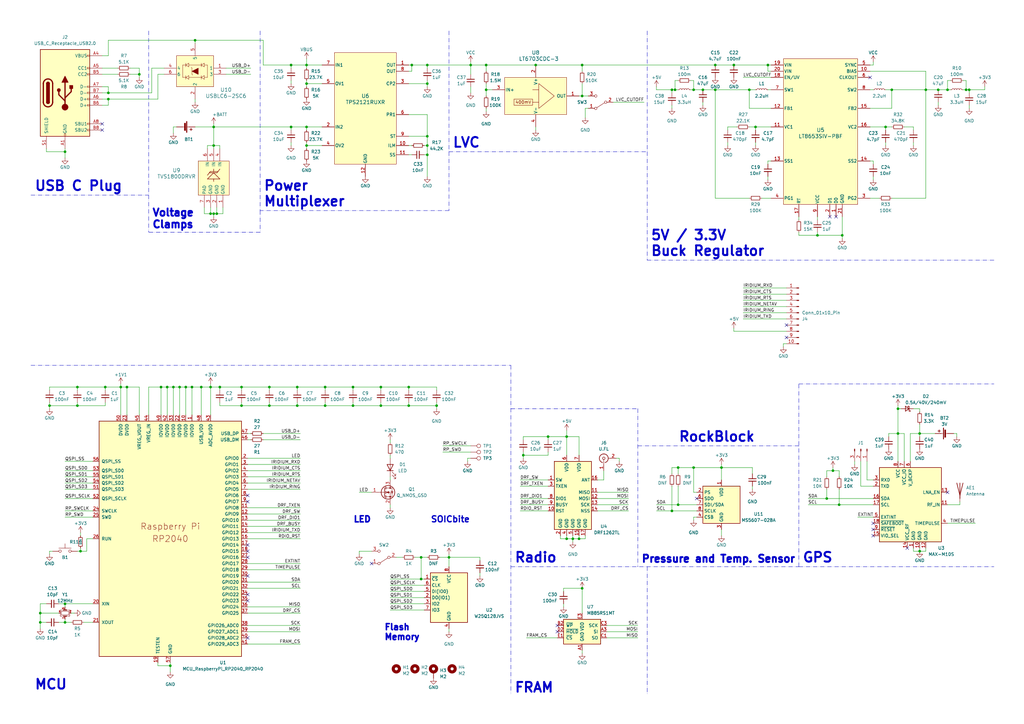
<source format=kicad_sch>
(kicad_sch (version 20230121) (generator eeschema)
  (paper "A3")
  (title_block (title "UMDBPP Command BITSv5.1") (date "2023-07-30") (rev "1"))
  (junction (at 295.91 191.77))
  (junction (at 110.49 166.37))
  (junction (at 78.74 158.75))
  (junction (at 238.76 39.37))
  (junction (at 339.09 204.47))
  (junction (at 57.15 30.48))
  (junction (at 175.26 55.88))
  (junction (at 172.72 228.6))
  (junction (at 44.45 38.1))
  (junction (at 99.06 158.75))
  (junction (at 384.81 36.83))
  (junction (at 172.72 237.49))
  (junction (at 26.67 255.27))
  (junction (at 199.39 36.83))
  (junction (at 363.22 52.07))
  (junction (at 219.71 26.67))
  (junction (at 125.73 59.69))
  (junction (at 199.39 26.67))
  (junction (at 341.63 193.04))
  (junction (at 133.35 166.37))
  (junction (at 110.49 158.75))
  (junction (at 119.38 26.67))
  (junction (at 44.45 40.64))
  (junction (at 238.76 26.67))
  (junction (at 86.36 158.75))
  (junction (at 121.92 158.75))
  (junction (at 288.29 36.83))
  (junction (at 31.75 158.75))
  (junction (at 73.66 158.75))
  (junction (at 345.44 96.52))
  (junction (at 99.06 166.37))
  (junction (at 335.28 96.52))
  (junction (at 275.59 36.83))
  (junction (at 43.18 158.75))
  (junction (at 284.48 36.83))
  (junction (at 307.34 36.83))
  (junction (at 125.73 52.07))
  (junction (at 87.63 59.69))
  (junction (at 238.76 241.3))
  (junction (at 278.13 191.77))
  (junction (at 20.32 166.37))
  (junction (at 121.92 166.37))
  (junction (at 87.63 52.07))
  (junction (at 26.67 247.65))
  (junction (at 156.21 166.37))
  (junction (at 168.91 26.67))
  (junction (at 144.78 166.37))
  (junction (at 175.26 63.5))
  (junction (at 314.96 26.67))
  (junction (at 368.3 167.64))
  (junction (at 16.51 255.27))
  (junction (at 90.17 158.75))
  (junction (at 52.07 158.75))
  (junction (at 214.63 186.69))
  (junction (at 175.26 26.67))
  (junction (at 68.58 158.75))
  (junction (at 179.07 166.37))
  (junction (at 87.63 87.63))
  (junction (at 396.24 36.83))
  (junction (at 232.41 220.98))
  (junction (at 31.75 166.37))
  (junction (at 379.73 36.83))
  (junction (at 368.3 177.8))
  (junction (at 156.21 158.75))
  (junction (at 397.51 36.83))
  (junction (at 300.99 26.67))
  (junction (at 80.01 16.51))
  (junction (at 377.19 177.8))
  (junction (at 293.37 36.83))
  (junction (at 125.73 34.29))
  (junction (at 224.79 179.07))
  (junction (at 69.85 273.05))
  (junction (at 125.73 26.67))
  (junction (at 86.36 87.63))
  (junction (at 309.88 52.07))
  (junction (at 133.35 158.75))
  (junction (at 26.67 62.23))
  (junction (at 82.55 158.75))
  (junction (at 167.64 158.75))
  (junction (at 365.76 36.83))
  (junction (at 66.04 158.75))
  (junction (at 88.9 87.63))
  (junction (at 33.02 226.06))
  (junction (at 377.19 226.06))
  (junction (at 232.41 179.07))
  (junction (at 278.13 207.01))
  (junction (at 184.15 228.6))
  (junction (at 119.38 52.07))
  (junction (at 276.86 36.83))
  (junction (at 175.26 59.69))
  (junction (at 234.95 220.98))
  (junction (at 71.12 158.75))
  (junction (at 175.26 34.29))
  (junction (at 237.49 220.98))
  (junction (at 275.59 209.55))
  (junction (at 16.51 251.46))
  (junction (at 144.78 158.75))
  (junction (at 284.48 191.77))
  (junction (at 193.04 26.67))
  (junction (at 167.64 166.37))
  (junction (at 293.37 26.67))
  (junction (at 76.2 158.75))
  (junction (at 49.53 158.75))
  (junction (at 388.62 36.83))
  (junction (at 344.17 207.01))
  (no_connect (at 101.6 203.2))
  (no_connect (at 101.6 236.22))
  (no_connect (at 101.6 261.62))
  (no_connect (at 322.58 138.43))
  (no_connect (at 340.36 88.9))
  (no_connect (at 285.75 204.47))
  (no_connect (at 41.91 53.34))
  (no_connect (at 101.6 223.52))
  (no_connect (at 356.87 31.75))
  (no_connect (at 101.6 228.6))
  (no_connect (at 322.58 133.35))
  (no_connect (at 358.14 214.63))
  (no_connect (at 41.91 50.8))
  (no_connect (at 101.6 243.84))
  (no_connect (at 101.6 205.74))
  (no_connect (at 228.6 259.08))
  (no_connect (at 152.4 231.14))
  (no_connect (at 101.6 246.38))
  (no_connect (at 358.14 217.17))
  (no_connect (at 342.9 88.9))
  (no_connect (at 372.11 224.79))
  (no_connect (at 358.14 219.71))
  (no_connect (at 388.62 201.93))
  (no_connect (at 228.6 256.54))
  (no_connect (at 101.6 226.06))
  (wire (pts (xy 107.95 180.34) (xy 123.19 180.34)))
  (wire (pts (xy 119.38 58.42) (xy 119.38 59.69)))
  (wire (pts (xy 44.45 40.64) (xy 64.77 40.64)))
  (wire (pts (xy 121.92 165.1) (xy 121.92 166.37)))
  (wire (pts (xy 304.8 125.73) (xy 322.58 125.73)))
  (wire (pts (xy 87.63 59.69) (xy 87.63 60.96)))
  (wire (pts (xy 20.32 166.37) (xy 20.32 167.64)))
  (wire (pts (xy 199.39 36.83) (xy 201.93 36.83)))
  (wire (pts (xy 101.6 193.04) (xy 123.19 193.04)))
  (wire (pts (xy 101.6 208.28) (xy 123.19 208.28)))
  (wire (pts (xy 373.38 189.23) (xy 373.38 177.8)))
  (wire (pts (xy 304.8 123.19) (xy 322.58 123.19)))
  (wire (pts (xy 293.37 36.83) (xy 293.37 81.28)))
  (wire (pts (xy 26.67 193.04) (xy 38.1 193.04)))
  (wire (pts (xy 125.73 58.42) (xy 125.73 59.69)))
  (wire (pts (xy 304.8 128.27) (xy 322.58 128.27)))
  (wire (pts (xy 365.76 44.45) (xy 356.87 44.45)))
  (polyline (pts (xy 12.7 149.86) (xy 209.55 149.86)) (stroke (width 0) (type dash_dot)))
  (wire (pts (xy 199.39 39.37) (xy 199.39 36.83)))
  (wire (pts (xy 284.48 36.83) (xy 288.29 36.83)))
  (wire (pts (xy 86.36 87.63) (xy 87.63 87.63)))
  (wire (pts (xy 298.45 58.42) (xy 298.45 59.69)))
  (wire (pts (xy 245.11 204.47) (xy 257.81 204.47)))
  (wire (pts (xy 121.92 158.75) (xy 110.49 158.75)))
  (wire (pts (xy 88.9 87.63) (xy 91.44 87.63)))
  (wire (pts (xy 119.38 52.07) (xy 119.38 53.34)))
  (wire (pts (xy 302.26 52.07) (xy 298.45 52.07)))
  (polyline (pts (xy 12.7 80.01) (xy 60.96 80.01)) (stroke (width 0) (type dash_dot)))
  (wire (pts (xy 397.51 43.18) (xy 397.51 44.45)))
  (wire (pts (xy 26.67 62.23) (xy 26.67 64.77)))
  (wire (pts (xy 101.6 213.36) (xy 123.19 213.36)))
  (wire (pts (xy 377.19 226.06) (xy 374.65 226.06)))
  (wire (pts (xy 307.34 81.28) (xy 293.37 81.28)))
  (wire (pts (xy 71.12 52.07) (xy 72.39 52.07)))
  (wire (pts (xy 20.32 226.06) (xy 21.59 226.06)))
  (wire (pts (xy 64.77 271.78) (xy 64.77 273.05)))
  (wire (pts (xy 193.04 35.56) (xy 193.04 38.1)))
  (polyline (pts (xy 327.66 232.41) (xy 407.67 232.41)) (stroke (width 0) (type dash_dot)))
  (wire (pts (xy 331.47 204.47) (xy 339.09 204.47)))
  (wire (pts (xy 344.17 200.66) (xy 344.17 207.01)))
  (wire (pts (xy 275.59 36.83) (xy 275.59 38.1)))
  (wire (pts (xy 364.49 179.07) (xy 364.49 177.8)))
  (wire (pts (xy 90.17 165.1) (xy 90.17 166.37)))
  (wire (pts (xy 392.43 179.07) (xy 392.43 177.8)))
  (wire (pts (xy 167.64 26.67) (xy 168.91 26.67)))
  (wire (pts (xy 90.17 158.75) (xy 90.17 160.02)))
  (polyline (pts (xy 327.66 232.41) (xy 327.66 157.48)) (stroke (width 0) (type dash_dot)))
  (wire (pts (xy 238.76 241.3) (xy 238.76 251.46)))
  (wire (pts (xy 374.65 224.79) (xy 374.65 226.06)))
  (wire (pts (xy 102.87 30.48) (xy 92.71 30.48)))
  (wire (pts (xy 269.24 35.56) (xy 269.24 36.83)))
  (wire (pts (xy 314.96 36.83) (xy 316.23 36.83)))
  (wire (pts (xy 184.15 228.6) (xy 184.15 232.41)))
  (wire (pts (xy 107.95 16.51) (xy 107.95 26.67)))
  (wire (pts (xy 156.21 165.1) (xy 156.21 166.37)))
  (wire (pts (xy 379.73 224.79) (xy 379.73 226.06)))
  (wire (pts (xy 238.76 26.67) (xy 293.37 26.67)))
  (wire (pts (xy 16.51 251.46) (xy 16.51 247.65)))
  (wire (pts (xy 231.14 241.3) (xy 238.76 241.3)))
  (wire (pts (xy 99.06 158.75) (xy 99.06 160.02)))
  (wire (pts (xy 26.67 200.66) (xy 38.1 200.66)))
  (wire (pts (xy 85.09 59.69) (xy 87.63 59.69)))
  (wire (pts (xy 368.3 177.8) (xy 368.3 189.23)))
  (wire (pts (xy 237.49 179.07) (xy 232.41 179.07)))
  (wire (pts (xy 224.79 185.42) (xy 224.79 186.69)))
  (wire (pts (xy 388.62 36.83) (xy 384.81 36.83)))
  (wire (pts (xy 19.05 60.96) (xy 19.05 62.23)))
  (wire (pts (xy 101.6 264.16) (xy 123.19 264.16)))
  (wire (pts (xy 184.15 228.6) (xy 184.15 227.33)))
  (wire (pts (xy 229.87 220.98) (xy 232.41 220.98)))
  (wire (pts (xy 278.13 191.77) (xy 284.48 191.77)))
  (wire (pts (xy 101.6 238.76) (xy 123.19 238.76)))
  (wire (pts (xy 172.72 228.6) (xy 175.26 228.6)))
  (wire (pts (xy 44.45 38.1) (xy 41.91 38.1)))
  (wire (pts (xy 284.48 212.09) (xy 284.48 213.36)))
  (wire (pts (xy 379.73 36.83) (xy 384.81 36.83)))
  (wire (pts (xy 71.12 158.75) (xy 73.66 158.75)))
  (wire (pts (xy 248.92 259.08) (xy 261.62 259.08)))
  (wire (pts (xy 350.52 189.23) (xy 350.52 190.5)))
  (wire (pts (xy 339.09 193.04) (xy 341.63 193.04)))
  (wire (pts (xy 238.76 266.7) (xy 238.76 267.97)))
  (wire (pts (xy 82.55 158.75) (xy 82.55 170.18)))
  (wire (pts (xy 321.31 140.97) (xy 322.58 140.97)))
  (wire (pts (xy 196.85 236.22) (xy 196.85 234.95)))
  (wire (pts (xy 101.6 241.3) (xy 123.19 241.3)))
  (wire (pts (xy 377.19 224.79) (xy 377.19 226.06)))
  (wire (pts (xy 76.2 158.75) (xy 78.74 158.75)))
  (wire (pts (xy 285.75 201.93) (xy 284.48 201.93)))
  (wire (pts (xy 231.14 242.57) (xy 231.14 241.3)))
  (wire (pts (xy 78.74 158.75) (xy 82.55 158.75)))
  (wire (pts (xy 87.63 50.8) (xy 87.63 52.07)))
  (wire (pts (xy 314.96 72.39) (xy 314.96 73.66)))
  (wire (pts (xy 397.51 36.83) (xy 403.86 36.83)))
  (wire (pts (xy 370.84 177.8) (xy 370.84 189.23)))
  (wire (pts (xy 179.07 165.1) (xy 179.07 166.37)))
  (wire (pts (xy 219.71 52.07) (xy 219.71 53.34)))
  (wire (pts (xy 26.67 204.47) (xy 38.1 204.47)))
  (wire (pts (xy 245.11 207.01) (xy 257.81 207.01)))
  (polyline (pts (xy 209.55 232.41) (xy 288.29 232.41)) (stroke (width 0) (type dash_dot)))
  (wire (pts (xy 175.26 26.67) (xy 175.26 27.94)))
  (wire (pts (xy 26.67 247.65) (xy 26.67 248.92)))
  (wire (pts (xy 53.34 27.94) (xy 57.15 27.94)))
  (wire (pts (xy 175.26 33.02) (xy 175.26 34.29)))
  (wire (pts (xy 393.7 205.74) (xy 393.7 207.01)))
  (wire (pts (xy 238.76 26.67) (xy 238.76 29.21)))
  (wire (pts (xy 175.26 55.88) (xy 175.26 59.69)))
  (wire (pts (xy 309.88 52.07) (xy 316.23 52.07)))
  (wire (pts (xy 64.77 30.48) (xy 67.31 30.48)))
  (wire (pts (xy 121.92 166.37) (xy 133.35 166.37)))
  (wire (pts (xy 284.48 191.77) (xy 295.91 191.77)))
  (wire (pts (xy 304.8 31.75) (xy 316.23 31.75)))
  (wire (pts (xy 284.48 33.02) (xy 284.48 36.83)))
  (wire (pts (xy 388.62 33.02) (xy 388.62 36.83)))
  (wire (pts (xy 167.64 34.29) (xy 175.26 34.29)))
  (wire (pts (xy 314.96 26.67) (xy 316.23 26.67)))
  (wire (pts (xy 167.64 55.88) (xy 175.26 55.88)))
  (wire (pts (xy 83.82 87.63) (xy 86.36 87.63)))
  (wire (pts (xy 238.76 39.37) (xy 241.3 39.37)))
  (wire (pts (xy 87.63 87.63) (xy 87.63 88.9)))
  (wire (pts (xy 193.04 25.4) (xy 193.04 26.67)))
  (wire (pts (xy 331.47 207.01) (xy 344.17 207.01)))
  (wire (pts (xy 44.45 43.18) (xy 44.45 40.64)))
  (wire (pts (xy 314.96 29.21) (xy 314.96 26.67)))
  (wire (pts (xy 64.77 273.05) (xy 69.85 273.05)))
  (wire (pts (xy 295.91 191.77) (xy 308.61 191.77)))
  (wire (pts (xy 167.64 59.69) (xy 168.91 59.69)))
  (wire (pts (xy 199.39 34.29) (xy 199.39 36.83)))
  (wire (pts (xy 119.38 26.67) (xy 125.73 26.67)))
  (wire (pts (xy 240.03 219.71) (xy 240.03 220.98)))
  (wire (pts (xy 288.29 36.83) (xy 293.37 36.83)))
  (wire (pts (xy 345.44 97.79) (xy 345.44 96.52)))
  (wire (pts (xy 314.96 67.31) (xy 314.96 66.04)))
  (wire (pts (xy 365.76 36.83) (xy 379.73 36.83)))
  (wire (pts (xy 379.73 226.06) (xy 377.19 226.06)))
  (wire (pts (xy 57.15 158.75) (xy 52.07 158.75)))
  (wire (pts (xy 35.56 220.98) (xy 38.1 220.98)))
  (wire (pts (xy 288.29 41.91) (xy 288.29 43.18)))
  (wire (pts (xy 43.18 165.1) (xy 43.18 166.37)))
  (wire (pts (xy 293.37 26.67) (xy 300.99 26.67)))
  (wire (pts (xy 133.35 166.37) (xy 144.78 166.37)))
  (wire (pts (xy 86.36 85.09) (xy 86.36 87.63)))
  (wire (pts (xy 66.04 158.75) (xy 68.58 158.75)))
  (wire (pts (xy 368.3 167.64) (xy 369.57 167.64)))
  (wire (pts (xy 363.22 58.42) (xy 363.22 59.69)))
  (wire (pts (xy 125.73 33.02) (xy 125.73 34.29)))
  (wire (pts (xy 87.63 87.63) (xy 88.9 87.63)))
  (wire (pts (xy 26.67 247.65) (xy 38.1 247.65)))
  (wire (pts (xy 41.91 30.48) (xy 48.26 30.48)))
  (wire (pts (xy 57.15 30.48) (xy 57.15 31.75)))
  (wire (pts (xy 344.17 193.04) (xy 344.17 195.58)))
  (wire (pts (xy 238.76 34.29) (xy 238.76 39.37)))
  (wire (pts (xy 394.97 33.02) (xy 396.24 33.02)))
  (wire (pts (xy 364.49 177.8) (xy 368.3 177.8)))
  (wire (pts (xy 232.41 176.53) (xy 232.41 179.07)))
  (wire (pts (xy 370.84 52.07) (xy 374.65 52.07)))
  (wire (pts (xy 248.92 261.62) (xy 261.62 261.62)))
  (wire (pts (xy 80.01 40.64) (xy 80.01 41.91)))
  (wire (pts (xy 16.51 255.27) (xy 19.05 255.27)))
  (wire (pts (xy 181.61 182.88) (xy 193.04 182.88)))
  (wire (pts (xy 304.8 118.11) (xy 322.58 118.11)))
  (wire (pts (xy 160.02 207.01) (xy 160.02 208.28)))
  (wire (pts (xy 167.64 29.21) (xy 168.91 29.21)))
  (wire (pts (xy 80.01 16.51) (xy 107.95 16.51)))
  (wire (pts (xy 160.02 247.65) (xy 173.99 247.65)))
  (wire (pts (xy 304.8 120.65) (xy 322.58 120.65)))
  (wire (pts (xy 101.6 259.08) (xy 123.19 259.08)))
  (wire (pts (xy 86.36 157.48) (xy 86.36 158.75)))
  (wire (pts (xy 240.03 44.45) (xy 241.3 44.45)))
  (wire (pts (xy 121.92 158.75) (xy 121.92 160.02)))
  (wire (pts (xy 175.26 35.56) (xy 175.26 34.29)))
  (wire (pts (xy 392.43 177.8) (xy 391.16 177.8)))
  (wire (pts (xy 240.03 220.98) (xy 237.49 220.98)))
  (wire (pts (xy 228.6 261.62) (xy 215.9 261.62)))
  (wire (pts (xy 308.61 191.77) (xy 308.61 194.31)))
  (wire (pts (xy 368.3 166.37) (xy 368.3 167.64)))
  (wire (pts (xy 125.73 24.13) (xy 125.73 26.67)))
  (polyline (pts (xy 265.43 232.41) (xy 265.43 284.48)) (stroke (width 0) (type dash_dot)))
  (wire (pts (xy 275.59 194.31) (xy 275.59 191.77)))
  (wire (pts (xy 396.24 33.02) (xy 396.24 36.83)))
  (wire (pts (xy 80.01 16.51) (xy 80.01 17.78)))
  (wire (pts (xy 85.09 60.96) (xy 85.09 59.69)))
  (wire (pts (xy 363.22 52.07) (xy 356.87 52.07)))
  (wire (pts (xy 284.48 36.83) (xy 283.21 36.83)))
  (wire (pts (xy 275.59 199.39) (xy 275.59 209.55)))
  (wire (pts (xy 377.19 177.8) (xy 377.19 179.07)))
  (wire (pts (xy 278.13 207.01) (xy 285.75 207.01)))
  (wire (pts (xy 175.26 46.99) (xy 175.26 55.88)))
  (wire (pts (xy 394.97 36.83) (xy 396.24 36.83)))
  (wire (pts (xy 278.13 199.39) (xy 278.13 207.01)))
  (wire (pts (xy 107.95 26.67) (xy 119.38 26.67)))
  (wire (pts (xy 101.6 187.96) (xy 123.19 187.96)))
  (wire (pts (xy 199.39 26.67) (xy 219.71 26.67)))
  (wire (pts (xy 232.41 179.07) (xy 232.41 186.69)))
  (wire (pts (xy 125.73 26.67) (xy 132.08 26.67)))
  (wire (pts (xy 396.24 36.83) (xy 397.51 36.83)))
  (wire (pts (xy 29.21 251.46) (xy 30.48 251.46)))
  (wire (pts (xy 379.73 36.83) (xy 379.73 29.21)))
  (wire (pts (xy 300.99 26.67) (xy 314.96 26.67)))
  (wire (pts (xy 24.13 247.65) (xy 26.67 247.65)))
  (wire (pts (xy 26.67 255.27) (xy 29.21 255.27)))
  (wire (pts (xy 162.56 228.6) (xy 165.1 228.6)))
  (wire (pts (xy 144.78 166.37) (xy 156.21 166.37)))
  (wire (pts (xy 358.14 72.39) (xy 358.14 73.66)))
  (wire (pts (xy 78.74 170.18) (xy 78.74 158.75)))
  (wire (pts (xy 160.02 237.49) (xy 172.72 237.49)))
  (wire (pts (xy 73.66 158.75) (xy 76.2 158.75)))
  (wire (pts (xy 245.11 201.93) (xy 257.81 201.93)))
  (wire (pts (xy 309.88 53.34) (xy 309.88 52.07)))
  (wire (pts (xy 377.19 177.8) (xy 383.54 177.8)))
  (wire (pts (xy 327.66 96.52) (xy 327.66 95.25)))
  (wire (pts (xy 43.18 160.02) (xy 43.18 158.75)))
  (wire (pts (xy 133.35 158.75) (xy 121.92 158.75)))
  (wire (pts (xy 358.14 26.67) (xy 358.14 25.4)))
  (wire (pts (xy 160.02 250.19) (xy 173.99 250.19)))
  (polyline (pts (xy 184.15 62.23) (xy 265.43 62.23)) (stroke (width 0) (type dash_dot)))
  (wire (pts (xy 33.02 218.44) (xy 33.02 219.71)))
  (wire (pts (xy 356.87 26.67) (xy 358.14 26.67)))
  (wire (pts (xy 71.12 54.61) (xy 71.12 52.07)))
  (wire (pts (xy 101.6 220.98) (xy 123.19 220.98)))
  (wire (pts (xy 60.96 158.75) (xy 66.04 158.75)))
  (wire (pts (xy 199.39 45.72) (xy 199.39 44.45)))
  (wire (pts (xy 403.86 35.56) (xy 403.86 36.83)))
  (wire (pts (xy 237.49 219.71) (xy 237.49 220.98)))
  (wire (pts (xy 20.32 160.02) (xy 20.32 158.75)))
  (wire (pts (xy 214.63 186.69) (xy 214.63 187.96)))
  (polyline (pts (xy 261.62 167.64) (xy 261.62 232.41)) (stroke (width 0) (type dash_dot)))
  (wire (pts (xy 35.56 226.06) (xy 35.56 220.98)))
  (wire (pts (xy 91.44 87.63) (xy 91.44 85.09)))
  (wire (pts (xy 344.17 207.01) (xy 358.14 207.01)))
  (wire (pts (xy 99.06 165.1) (xy 99.06 166.37)))
  (polyline (pts (xy 265.43 106.68) (xy 274.32 106.68)) (stroke (width 0) (type dash_dot)))
  (wire (pts (xy 133.35 158.75) (xy 133.35 160.02)))
  (wire (pts (xy 20.32 227.33) (xy 20.32 226.06)))
  (wire (pts (xy 76.2 158.75) (xy 76.2 170.18)))
  (wire (pts (xy 275.59 209.55) (xy 285.75 209.55)))
  (wire (pts (xy 309.88 58.42) (xy 309.88 59.69)))
  (wire (pts (xy 144.78 165.1) (xy 144.78 166.37)))
  (polyline (pts (xy 265.43 12.7) (xy 265.43 62.23)) (stroke (width 0) (type dash_dot)))
  (wire (pts (xy 101.6 215.9) (xy 123.19 215.9)))
  (wire (pts (xy 293.37 36.83) (xy 307.34 36.83)))
  (wire (pts (xy 172.72 228.6) (xy 172.72 237.49)))
  (wire (pts (xy 179.07 166.37) (xy 179.07 167.64)))
  (wire (pts (xy 69.85 273.05) (xy 69.85 275.59)))
  (wire (pts (xy 68.58 158.75) (xy 68.58 170.18)))
  (wire (pts (xy 167.64 158.75) (xy 167.64 160.02)))
  (wire (pts (xy 184.15 257.81) (xy 184.15 259.08)))
  (wire (pts (xy 373.38 177.8) (xy 377.19 177.8)))
  (polyline (pts (xy 265.43 62.23) (xy 265.43 106.68)) (stroke (width 0) (type dash_dot)))
  (wire (pts (xy 168.91 29.21) (xy 168.91 26.67)))
  (wire (pts (xy 232.41 220.98) (xy 234.95 220.98)))
  (wire (pts (xy 314.96 29.21) (xy 316.23 29.21)))
  (wire (pts (xy 379.73 29.21) (xy 356.87 29.21)))
  (wire (pts (xy 363.22 36.83) (xy 365.76 36.83)))
  (wire (pts (xy 41.91 27.94) (xy 48.26 27.94)))
  (wire (pts (xy 307.34 36.83) (xy 309.88 36.83)))
  (wire (pts (xy 393.7 207.01) (xy 388.62 207.01)))
  (wire (pts (xy 213.36 207.01) (xy 224.79 207.01)))
  (wire (pts (xy 160.02 240.03) (xy 173.99 240.03)))
  (wire (pts (xy 168.91 26.67) (xy 175.26 26.67)))
  (wire (pts (xy 234.95 220.98) (xy 234.95 222.25)))
  (wire (pts (xy 57.15 170.18) (xy 57.15 158.75)))
  (wire (pts (xy 87.63 52.07) (xy 87.63 59.69)))
  (wire (pts (xy 86.36 158.75) (xy 86.36 170.18)))
  (wire (pts (xy 360.68 81.28) (xy 356.87 81.28)))
  (wire (pts (xy 358.14 199.39) (xy 353.06 199.39)))
  (wire (pts (xy 335.28 88.9) (xy 335.28 90.17)))
  (wire (pts (xy 295.91 190.5) (xy 295.91 191.77)))
  (wire (pts (xy 275.59 43.18) (xy 275.59 44.45)))
  (wire (pts (xy 125.73 59.69) (xy 132.08 59.69)))
  (wire (pts (xy 101.6 190.5) (xy 123.19 190.5)))
  (wire (pts (xy 355.6 189.23) (xy 355.6 196.85)))
  (wire (pts (xy 370.84 177.8) (xy 368.3 177.8)))
  (polyline (pts (xy 288.29 232.41) (xy 327.66 232.41)) (stroke (width 0) (type dash_dot)))
  (wire (pts (xy 229.87 219.71) (xy 229.87 220.98)))
  (wire (pts (xy 374.65 58.42) (xy 374.65 59.69)))
  (polyline (pts (xy 184.15 12.7) (xy 184.15 62.23)) (stroke (width 0) (type dash_dot)))
  (wire (pts (xy 83.82 85.09) (xy 83.82 87.63)))
  (wire (pts (xy 49.53 158.75) (xy 49.53 170.18)))
  (wire (pts (xy 20.32 166.37) (xy 31.75 166.37)))
  (wire (pts (xy 160.02 245.11) (xy 173.99 245.11)))
  (wire (pts (xy 101.6 198.12) (xy 123.19 198.12)))
  (wire (pts (xy 213.36 204.47) (xy 224.79 204.47)))
  (wire (pts (xy 284.48 212.09) (xy 285.75 212.09)))
  (wire (pts (xy 68.58 158.75) (xy 71.12 158.75)))
  (wire (pts (xy 377.19 168.91) (xy 377.19 167.64)))
  (wire (pts (xy 377.19 173.99) (xy 377.19 177.8)))
  (wire (pts (xy 339.09 200.66) (xy 339.09 204.47)))
  (wire (pts (xy 335.28 96.52) (xy 327.66 96.52)))
  (wire (pts (xy 237.49 220.98) (xy 234.95 220.98)))
  (wire (pts (xy 31.75 165.1) (xy 31.75 166.37)))
  (wire (pts (xy 224.79 179.07) (xy 232.41 179.07)))
  (wire (pts (xy 125.73 59.69) (xy 125.73 60.96)))
  (wire (pts (xy 53.34 30.48) (xy 57.15 30.48)))
  (wire (pts (xy 41.91 22.86) (xy 44.45 22.86)))
  (wire (pts (xy 191.77 187.96) (xy 193.04 187.96)))
  (wire (pts (xy 173.99 63.5) (xy 175.26 63.5)))
  (wire (pts (xy 314.96 66.04) (xy 316.23 66.04)))
  (wire (pts (xy 101.6 195.58) (xy 123.19 195.58)))
  (wire (pts (xy 16.51 247.65) (xy 19.05 247.65)))
  (wire (pts (xy 88.9 85.09) (xy 88.9 87.63)))
  (wire (pts (xy 26.67 198.12) (xy 38.1 198.12)))
  (wire (pts (xy 312.42 81.28) (xy 316.23 81.28)))
  (polyline (pts (xy 106.68 86.36) (xy 106.68 95.25)) (stroke (width 0) (type dash_dot)))
  (polyline (pts (xy 184.15 86.36) (xy 106.68 86.36)) (stroke (width 0) (type dash_dot)))
  (wire (pts (xy 252.73 187.96) (xy 254 187.96)))
  (wire (pts (xy 33.02 226.06) (xy 35.56 226.06)))
  (wire (pts (xy 167.64 166.37) (xy 179.07 166.37)))
  (wire (pts (xy 224.79 179.07) (xy 224.79 180.34)))
  (wire (pts (xy 44.45 35.56) (xy 44.45 38.1)))
  (wire (pts (xy 152.4 201.93) (xy 147.32 201.93)))
  (wire (pts (xy 304.8 130.81) (xy 322.58 130.81)))
  (wire (pts (xy 26.67 62.23) (xy 19.05 62.23)))
  (wire (pts (xy 44.45 38.1) (xy 62.23 38.1)))
  (wire (pts (xy 16.51 257.81) (xy 16.51 255.27)))
  (wire (pts (xy 254 187.96) (xy 254 189.23)))
  (wire (pts (xy 397.51 36.83) (xy 397.51 38.1)))
  (wire (pts (xy 119.38 26.67) (xy 119.38 27.94)))
  (wire (pts (xy 191.77 189.23) (xy 191.77 187.96)))
  (wire (pts (xy 374.65 52.07) (xy 374.65 53.34)))
  (wire (pts (xy 167.64 63.5) (xy 168.91 63.5)))
  (wire (pts (xy 193.04 26.67) (xy 193.04 30.48)))
  (wire (pts (xy 213.36 209.55) (xy 224.79 209.55)))
  (wire (pts (xy 232.41 219.71) (xy 232.41 220.98)))
  (wire (pts (xy 26.67 189.23) (xy 38.1 189.23)))
  (wire (pts (xy 379.73 36.83) (xy 379.73 81.28)))
  (polyline (pts (xy 106.68 12.7) (xy 106.68 86.36)) (stroke (width 0) (type dash_dot)))
  (wire (pts (xy 160.02 186.69) (xy 160.02 187.96)))
  (polyline (pts (xy 327.66 157.48) (xy 407.67 157.48)) (stroke (width 0) (type dash_dot)))
  (wire (pts (xy 110.49 166.37) (xy 121.92 166.37)))
  (wire (pts (xy 175.26 26.67) (xy 193.04 26.67)))
  (wire (pts (xy 247.65 193.04) (xy 247.65 196.85)))
  (polyline (pts (xy 274.32 106.68) (xy 407.67 106.68)) (stroke (width 0) (type dash_dot)))
  (wire (pts (xy 384.81 41.91) (xy 384.81 43.18)))
  (wire (pts (xy 388.62 214.63) (xy 400.05 214.63)))
  (wire (pts (xy 388.62 33.02) (xy 389.89 33.02)))
  (wire (pts (xy 345.44 88.9) (xy 345.44 96.52)))
  (wire (pts (xy 341.63 193.04) (xy 344.17 193.04)))
  (wire (pts (xy 199.39 26.67) (xy 199.39 29.21)))
  (wire (pts (xy 300.99 135.89) (xy 322.58 135.89)))
  (wire (pts (xy 167.64 46.99) (xy 175.26 46.99)))
  (wire (pts (xy 173.99 59.69) (xy 175.26 59.69)))
  (wire (pts (xy 335.28 96.52) (xy 345.44 96.52)))
  (wire (pts (xy 99.06 158.75) (xy 90.17 158.75)))
  (wire (pts (xy 156.21 166.37) (xy 167.64 166.37)))
  (wire (pts (xy 31.75 158.75) (xy 31.75 160.02)))
  (wire (pts (xy 90.17 60.96) (xy 90.17 59.69)))
  (wire (pts (xy 307.34 44.45) (xy 307.34 36.83)))
  (wire (pts (xy 125.73 52.07) (xy 125.73 53.34)))
  (wire (pts (xy 214.63 185.42) (xy 214.63 186.69)))
  (wire (pts (xy 240.03 48.26) (xy 240.03 44.45)))
  (wire (pts (xy 90.17 166.37) (xy 99.06 166.37)))
  (wire (pts (xy 353.06 189.23) (xy 353.06 199.39)))
  (wire (pts (xy 363.22 52.07) (xy 365.76 52.07)))
  (polyline (pts (xy 209.55 149.86) (xy 209.55 284.48)) (stroke (width 0) (type dash_dot)))
  (wire (pts (xy 20.32 165.1) (xy 20.32 166.37)))
  (wire (pts (xy 41.91 35.56) (xy 44.45 35.56)))
  (wire (pts (xy 101.6 210.82) (xy 123.19 210.82)))
  (wire (pts (xy 80.01 52.07) (xy 87.63 52.07)))
  (wire (pts (xy 321.31 142.24) (xy 321.31 140.97)))
  (wire (pts (xy 358.14 36.83) (xy 356.87 36.83)))
  (wire (pts (xy 248.92 256.54) (xy 261.62 256.54)))
  (wire (pts (xy 179.07 158.75) (xy 167.64 158.75)))
  (wire (pts (xy 107.95 177.8) (xy 123.19 177.8)))
  (wire (pts (xy 181.61 185.42) (xy 193.04 185.42)))
  (wire (pts (xy 119.38 52.07) (xy 125.73 52.07)))
  (polyline (pts (xy 209.55 167.64) (xy 261.62 167.64)) (stroke (width 0) (type dash_dot)))
  (wire (pts (xy 339.09 204.47) (xy 358.14 204.47)))
  (wire (pts (xy 66.04 158.75) (xy 66.04 170.18)))
  (wire (pts (xy 234.95 219.71) (xy 234.95 220.98)))
  (wire (pts (xy 160.02 180.34) (xy 160.02 181.61)))
  (wire (pts (xy 219.71 26.67) (xy 238.76 26.67)))
  (wire (pts (xy 180.34 228.6) (xy 184.15 228.6)))
  (wire (pts (xy 62.23 27.94) (xy 67.31 27.94)))
  (wire (pts (xy 284.48 33.02) (xy 283.21 33.02)))
  (wire (pts (xy 275.59 191.77) (xy 278.13 191.77)))
  (wire (pts (xy 388.62 36.83) (xy 389.89 36.83)))
  (wire (pts (xy 82.55 158.75) (xy 86.36 158.75)))
  (wire (pts (xy 69.85 271.78) (xy 69.85 273.05)))
  (wire (pts (xy 358.14 67.31) (xy 358.14 66.04)))
  (wire (pts (xy 276.86 33.02) (xy 276.86 36.83)))
  (wire (pts (xy 276.86 36.83) (xy 275.59 36.83)))
  (wire (pts (xy 284.48 191.77) (xy 284.48 201.93)))
  (wire (pts (xy 213.36 196.85) (xy 224.79 196.85)))
  (wire (pts (xy 300.99 135.89) (xy 300.99 134.62)))
  (wire (pts (xy 269.24 36.83) (xy 275.59 36.83)))
  (wire (pts (xy 102.87 27.94) (xy 92.71 27.94)))
  (wire (pts (xy 175.26 63.5) (xy 175.26 72.39)))
  (wire (pts (xy 365.76 36.83) (xy 365.76 44.45)))
  (wire (pts (xy 213.36 199.39) (xy 224.79 199.39)))
  (wire (pts (xy 60.96 170.18) (xy 60.96 158.75)))
  (wire (pts (xy 44.45 40.64) (xy 41.91 40.64)))
  (wire (pts (xy 26.67 255.27) (xy 26.67 254)))
  (wire (pts (xy 101.6 233.68) (xy 123.19 233.68)))
  (wire (pts (xy 374.65 167.64) (xy 377.19 167.64)))
  (wire (pts (xy 237.49 186.69) (xy 237.49 179.07)))
  (wire (pts (xy 101.6 177.8) (xy 102.87 177.8)))
  (wire (pts (xy 33.02 226.06) (xy 33.02 224.79)))
  (wire (pts (xy 160.02 195.58) (xy 160.02 196.85)))
  (wire (pts (xy 43.18 158.75) (xy 49.53 158.75)))
  (wire (pts (xy 133.35 165.1) (xy 133.35 166.37)))
  (wire (pts (xy 298.45 52.07) (xy 298.45 53.34)))
  (wire (pts (xy 110.49 165.1) (xy 110.49 166.37)))
  (wire (pts (xy 309.88 52.07) (xy 307.34 52.07)))
  (wire (pts (xy 44.45 22.86) (xy 44.45 16.51)))
  (wire (pts (xy 119.38 33.02) (xy 119.38 34.29)))
  (wire (pts (xy 245.11 196.85) (xy 247.65 196.85)))
  (wire (pts (xy 278.13 191.77) (xy 278.13 194.31)))
  (wire (pts (xy 231.14 247.65) (xy 231.14 248.92)))
  (wire (pts (xy 101.6 248.92) (xy 123.19 248.92)))
  (wire (pts (xy 358.14 196.85) (xy 355.6 196.85)))
  (wire (pts (xy 41.91 43.18) (xy 44.45 43.18)))
  (wire (pts (xy 193.04 26.67) (xy 199.39 26.67)))
  (wire (pts (xy 251.46 41.91) (xy 264.16 41.91)))
  (wire (pts (xy 31.75 226.06) (xy 33.02 226.06)))
  (wire (pts (xy 144.78 158.75) (xy 133.35 158.75)))
  (wire (pts (xy 147.32 226.06) (xy 152.4 226.06)))
  (wire (pts (xy 57.15 27.94) (xy 57.15 30.48)))
  (wire (pts (xy 110.49 158.75) (xy 99.06 158.75)))
  (wire (pts (xy 87.63 52.07) (xy 119.38 52.07)))
  (wire (pts (xy 101.6 218.44) (xy 123.19 218.44)))
  (wire (pts (xy 110.49 158.75) (xy 110.49 160.02)))
  (wire (pts (xy 363.22 53.34) (xy 363.22 52.07)))
  (wire (pts (xy 125.73 26.67) (xy 125.73 27.94)))
  (wire (pts (xy 90.17 59.69) (xy 87.63 59.69)))
  (wire (pts (xy 339.09 193.04) (xy 339.09 195.58)))
  (wire (pts (xy 295.91 191.77) (xy 295.91 196.85)))
  (wire (pts (xy 214.63 180.34) (xy 214.63 179.07)))
  (polyline (pts (xy 60.96 12.7) (xy 60.96 95.25)) (stroke (width 0) (type dash_dot)))
  (wire (pts (xy 214.63 179.07) (xy 224.79 179.07)))
  (wire (pts (xy 368.3 167.64) (xy 368.3 177.8)))
  (wire (pts (xy 101.6 200.66) (xy 123.19 200.66)))
  (polyline (pts (xy 327.66 182.88) (xy 261.62 182.88)) (stroke (width 0) (type dash_dot)))
  (wire (pts (xy 101.6 256.54) (xy 123.19 256.54)))
  (wire (pts (xy 351.79 212.09) (xy 358.14 212.09)))
  (wire (pts (xy 31.75 158.75) (xy 43.18 158.75)))
  (wire (pts (xy 147.32 227.33) (xy 147.32 226.06)))
  (wire (pts (xy 64.77 40.64) (xy 64.77 30.48)))
  (wire (pts (xy 52.07 158.75) (xy 49.53 158.75)))
  (wire (pts (xy 167.64 158.75) (xy 156.21 158.75)))
  (wire (pts (xy 278.13 36.83) (xy 276.86 36.83)))
  (wire (pts (xy 308.61 199.39) (xy 308.61 200.66)))
  (wire (pts (xy 24.13 255.27) (xy 26.67 255.27)))
  (wire (pts (xy 125.73 34.29) (xy 125.73 35.56)))
  (wire (pts (xy 86.36 158.75) (xy 90.17 158.75)))
  (wire (pts (xy 196.85 228.6) (xy 196.85 229.87)))
  (wire (pts (xy 52.07 158.75) (xy 52.07 170.18)))
  (wire (pts (xy 156.21 158.75) (xy 156.21 160.02)))
  (wire (pts (xy 26.67 212.09) (xy 38.1 212.09)))
  (wire (pts (xy 156.21 158.75) (xy 144.78 158.75)))
  (wire (pts (xy 184.15 228.6) (xy 196.85 228.6)))
  (wire (pts (xy 327.66 88.9) (xy 327.66 90.17)))
  (wire (pts (xy 170.18 228.6) (xy 172.72 228.6)))
  (wire (pts (xy 34.29 255.27) (xy 38.1 255.27)))
  (wire (pts (xy 101.6 180.34) (xy 102.87 180.34)))
  (wire (pts (xy 167.64 165.1) (xy 167.64 166.37)))
  (wire (pts (xy 71.12 158.75) (xy 71.12 170.18)))
  (wire (pts (xy 20.32 158.75) (xy 31.75 158.75)))
  (wire (pts (xy 73.66 158.75) (xy 73.66 170.18)))
  (wire (pts (xy 316.23 44.45) (xy 307.34 44.45)))
  (wire (pts (xy 144.78 158.75) (xy 144.78 160.02)))
  (wire (pts (xy 160.02 242.57) (xy 173.99 242.57)))
  (wire (pts (xy 26.67 209.55) (xy 38.1 209.55)))
  (wire (pts (xy 365.76 81.28) (xy 379.73 81.28)))
  (polyline (pts (xy 184.15 62.23) (xy 184.15 86.36)) (stroke (width 0) (type dash_dot)))
  (wire (pts (xy 16.51 251.46) (xy 24.13 251.46)))
  (wire (pts (xy 179.07 160.02) (xy 179.07 158.75)))
  (wire (pts (xy 26.67 60.96) (xy 26.67 62.23)))
  (wire (pts (xy 26.67 195.58) (xy 38.1 195.58)))
  (wire (pts (xy 172.72 237.49) (xy 173.99 237.49)))
  (wire (pts (xy 269.24 207.01) (xy 278.13 207.01)))
  (wire (pts (xy 125.73 52.07) (xy 132.08 52.07)))
  (wire (pts (xy 16.51 255.27) (xy 16.51 251.46)))
  (wire (pts (xy 341.63 191.77) (xy 341.63 193.04)))
  (wire (pts (xy 31.75 166.37) (xy 43.18 166.37)))
  (wire (pts (xy 99.06 166.37) (xy 110.49 166.37)))
  (wire (pts (xy 49.53 158.75) (xy 49.53 157.48)))
  (wire (pts (xy 335.28 95.25) (xy 335.28 96.52)))
  (wire (pts (xy 101.6 251.46) (xy 123.19 251.46)))
  (wire (pts (xy 214.63 186.69) (xy 224.79 186.69)))
  (wire (pts (xy 175.26 59.69) (xy 175.26 63.5)))
  (wire (pts (xy 269.24 209.55) (xy 275.59 209.55)))
  (wire (pts (xy 278.13 33.02) (xy 276.86 33.02)))
  (wire (pts (xy 101.6 231.14) (xy 123.19 231.14)))
  (wire (pts (xy 62.23 38.1) (xy 62.23 27.94)))
  (wire (pts (xy 125.73 34.29) (xy 132.08 34.29)))
  (wire (pts (xy 237.49 39.37) (xy 238.76 39.37)))
  (polyline (pts (xy 106.68 95.25) (xy 60.96 95.25)) (stroke (width 0) (type dash_dot)))
  (wire (pts (xy 44.45 16.51) (xy 80.01 16.51)))
  (wire (pts (xy 358.14 66.04) (xy 356.87 66.04)))
  (wire (pts (xy 245.11 209.55) (xy 257.81 209.55)))
  (wire (pts (xy 295.91 217.17) (xy 295.91 219.71)))
  (text "Pressure and Temp. Sensor" (at 262.89 231.14 0) (effects (font (size 3 3) (thickness 0.8) bold) (justify left bottom)))
  (text "USB C Plug" (at 13.97 78.74 0) (effects (font (size 4 4) (thickness 0.8) bold) (justify left bottom)))
  (text "FRAM" (at 210.82 284.48 0) (effects (font (size 4 4) (thickness 0.8) bold) (justify left bottom)))
  (text "SOICbite" (at 176.53 214.63 0) (effects (font (size 2.5 2.5) (thickness 0.5) bold) (justify left bottom)))
  (text "GPS" (at 328.93 231.14 0) (effects (font (size 4 4) (thickness 0.8) bold) (justify left bottom)))
  (text "Power\nMultiplexer" (at 107.95 85.09 0) (effects (font (size 4 4) (thickness 0.8) bold) (justify left bottom)))
  (text "5V / 3.3V\nBuck Regulator" (at 266.7 105.41 0) (effects (font (size 4 4) (thickness 0.8) bold) (justify left bottom)))
  (text "LED" (at 144.78 214.63 0) (effects (font (size 2.5 2.5) (thickness 0.8) bold) (justify left bottom)))
  (text "LVC" (at 185.42 60.96 0) (effects (font (size 4 4) (thickness 0.8) bold) (justify left bottom)))
  (text "RockBlock" (at 278.13 181.61 0) (effects (font (size 4 4) (thickness 0.8) bold) (justify left bottom)))
  (text "Voltage\nClamps" (at 62.23 93.98 0) (effects (font (size 3 3) (thickness 0.8) bold) (justify left bottom)))
  (text "Flash\nMemory" (at 157.48 262.89 0) (effects (font (size 2.5 2.5) (thickness 0.8) bold) (justify left bottom)))
  (text "MCU\n" (at 13.97 283.21 0) (effects (font (size 4 4) (thickness 0.8) bold) (justify left bottom)))
  (text "Radio" (at 210.82 231.14 0) (effects (font (size 4 4) (thickness 0.8) bold) (justify left bottom)))
  (label "SDA" (at 123.19 238.76 180))
  (label "IRIDIUM_CTS" (at 123.19 193.04 180))
  (label "DRF_SW" (at 123.19 210.82 180))
  (label "DRF_TXEN" (at 123.19 208.28 180))
  (label "FRAM_CS" (at 123.19 264.16 180))
  (label "DRF_DIO1" (at 123.19 213.36 180))
  (label "LED" (at 123.19 187.96 180))
  (label "IRIDIUM_NETAV" (at 123.19 198.12 180))
  (label "QSPI_SCLK" (at 160.02 240.03 0))
  (label "QSPI_SD3" (at 160.02 250.19 0))
  (label "MOSI" (at 257.81 204.47 180))
  (label "MISO" (at 123.19 248.92 180))
  (label "MOSI" (at 261.62 259.08 180))
  (label "QSPI_SD1" (at 26.67 195.58 0))
  (label "DRF_BUSY" (at 123.19 215.9 180))
  (label "RDIO_RST" (at 123.19 220.98 180))
  (label "SCK" (at 257.81 207.01 180))
  (label "SDA" (at 331.47 204.47 0))
  (label "DRF_BUSY" (at 213.36 207.01 0))
  (label "MOSI" (at 123.19 259.08 180))
  (label "SCL" (at 269.24 209.55 0))
  (label "LVC_CUTOFF" (at 264.16 41.91 180))
  (label "EXTINT" (at 351.79 212.09 0))
  (label "QSPI_SD3" (at 26.67 200.66 0))
  (label "MISO" (at 257.81 201.93 180))
  (label "DRF_CS" (at 257.81 209.55 180))
  (label "EXTINT" (at 123.19 231.14 180))
  (label "USB_D-" (at 123.19 180.34 180))
  (label "FRAM_CS" (at 215.9 261.62 0))
  (label "IRIDIUM_TXD" (at 123.19 218.44 180))
  (label "SCL" (at 123.19 241.3 180))
  (label "IRIDIUM_CTS" (at 304.8 120.65 0))
  (label "RP_SWCLK" (at 26.67 209.55 0))
  (label "IRIDIUM_RXD" (at 123.19 190.5 180))
  (label "DRF_CS" (at 123.19 251.46 180))
  (label "IRIDIUM_RTS" (at 304.8 123.19 0))
  (label "QSPI_SCLK" (at 26.67 204.47 0))
  (label "USB_D+" (at 123.19 177.8 180))
  (label "USB_D-" (at 102.87 30.48 180))
  (label "DRF_TXEN" (at 213.36 199.39 0))
  (label "QSPI_SD0" (at 160.02 242.57 0))
  (label "IRIDIUM_RXD" (at 304.8 118.11 0))
  (label "TIMEPULSE" (at 400.05 214.63 180))
  (label "SCK" (at 123.19 256.54 180))
  (label "SCK" (at 261.62 256.54 180))
  (label "QSPI_SD1" (at 160.02 245.11 0))
  (label "MISO" (at 261.62 261.62 180))
  (label "RDIO_RST" (at 213.36 209.55 0))
  (label "DRF_SW" (at 213.36 196.85 0))
  (label "QSPI_SS" (at 160.02 237.49 0))
  (label "IRIDIUM_RING" (at 304.8 128.27 0))
  (label "TIMEPULSE" (at 123.19 233.68 180))
  (label "LED" (at 147.32 201.93 0))
  (label "IRIDIUM_RTS" (at 123.19 195.58 180))
  (label "IRIDIUM_NETAV" (at 304.8 125.73 0))
  (label "RP_SWD" (at 26.67 212.09 0))
  (label "QSPI_SD2" (at 160.02 247.65 0))
  (label "RP_SWD" (at 181.61 185.42 0))
  (label "SCL" (at 331.47 207.01 0))
  (label "DRF_DIO1" (at 213.36 204.47 0))
  (label "LVC_CUTOFF" (at 304.8 31.75 0))
  (label "QSPI_SD0" (at 26.67 193.04 0))
  (label "QSPI_SS" (at 26.67 189.23 0))
  (label "SDA" (at 269.24 207.01 0))
  (label "QSPI_SD2" (at 26.67 198.12 0))
  (label "USB_D+" (at 102.87 27.94 180))
  (label "RP_SWCLK" (at 181.61 182.88 0))
  (label "IRIDIUM_RING" (at 123.19 200.66 180))
  (label "IRIDIUM_TXD" (at 304.8 130.81 0))
  (symbol (lib_id "Device:R_Small") (at 177.8 228.6 90) (unit 1)
    (property "Reference" "R3" (at 177.8 226.06 90))
    (property "Value" "DNF" (at 177.8 231.14 90))
    (property "Footprint" "Resistor_SMD:R_0603_1608Metric" (effects hide))
  )
  (symbol (lib_id "Device:C_Small") (at 309.88 55.88 0) (unit 1)
    (property "Reference" "C17" (at 314.96 54.61 0))
    (property "Value" "4.7pF" (at 314.96 57.15 0))
    (property "Footprint" "Capacitor_SMD:C_0603_1608Metric" (effects hide))
  )
  (symbol (lib_id "Device:R_Small") (at 125.73 55.88 0) (unit 1)
    (property "Reference" "R22" (at 129.54 54.61 0))
    (property "Value" "23.7K" (at 129.54 57.15 0))
    (property "Footprint" "Resistor_SMD:R_0603_1608Metric" (effects hide))
  )
  (symbol (lib_id "Device:C_Small") (at 224.79 182.88 0) (unit 1)
    (property "Reference" "C27" (at 228.6 181.61 0))
    (property "Value" "1uF" (at 228.6 184.15 0))
    (property "Footprint" "Capacitor_SMD:C_0603_1608Metric" (effects hide))
  )
  (symbol (lib_id "Switch:SW_SPDT") (at 246.38 41.91 180) (unit 1)
    (property "Reference" "SW3" (at 238.76 41.91 0))
    (property "Value" "SLIDE" (effects hide))
    (property "Footprint" "BITSv5:CL-SB-12B-01_NDC" (effects hide))
  )
  (symbol (lib_id "Connector:TestPoint") (at 193.04 185.42 270) (unit 1)
    (property "Reference" "TP2" (at 198.12 185.42 90) (effects (justify left)))
    (property "Value" "TestPoint" (effects hide))
    (property "Footprint" "TestPoint:TestPoint_Pad_D2.0mm" (effects hide))
  )
  (symbol (lib_id "power:GND") (at 80.01 41.91 0) (unit 1)
    (property "Reference" "#PWR019" (effects hide))
    (property "Value" "GND" (at 80.01 45.72 0))
  )
  (symbol (lib_id "BITSv5:TPS2121RUXR") (at 149.86 46.99 0) (unit 1)
    (property "Reference" "U6" (at 149.86 39.37 0) (effects (font (size 1.524 1.524))))
    (property "Value" "TPS2121RUXR" (at 149.86 41.91 0) (effects (font (size 1.524 1.524))))
    (property "Footprint" "BITSv5:TPS2121" (effects hide))
    (property "Datasheet" "TPS2121RUXR" (effects hide))
  )
  (symbol (lib_id "Device:R_Small") (at 125.73 30.48 0) (unit 1)
    (property "Reference" "R15" (at 129.54 29.21 0))
    (property "Value" "23.7K" (at 129.54 31.75 0))
    (property "Footprint" "Resistor_SMD:R_0603_1608Metric" (effects hide))
  )
  (symbol (lib_id "power:GND") (at 177.8 278.13 0) (unit 1)
    (property "Reference" "#PWR075" (effects hide))
    (property "Value" "GND" (at 177.8 281.94 0))
  )
  (symbol (lib_id "power:VCC") (at 193.04 25.4 0) (unit 1)
    (property "Reference" "#PWR068" (effects hide))
    (property "Value" "VCC" (at 193.04 21.59 0))
  )
  (symbol (lib_id "power:GND") (at 57.15 31.75 0) (unit 1)
    (property "Reference" "#PWR015" (effects hide))
    (property "Value" "GND" (at 57.15 35.56 0))
  )
  (symbol (lib_id "Device:D_Schottky_Small") (at 372.11 167.64 180) (unit 1)
    (property "Reference" "D2" (at 379.73 162.56 0))
    (property "Value" "0.5A/40V/240mV" (at 379.73 165.1 0))
    (property "Footprint" "Diode_SMD:D_SOD-123F" (effects hide))
  )
  (symbol (lib_id "power:GND") (at 87.63 88.9 0) (unit 1)
    (property "Reference" "#PWR057" (effects hide))
    (property "Value" "GND" (at 87.63 92.71 0))
  )
  (symbol (lib_id "Device:C_Small") (at 21.59 255.27 270) (unit 1)
    (property "Reference" "C14" (at 21.59 259.08 90))
    (property "Value" "10pF" (at 21.59 261.62 90))
    (property "Footprint" "Capacitor_SMD:C_0402_1005Metric" (effects hide))
  )
  (symbol (lib_id "Mechanical:MountingHole_Pad") (at 177.8 275.59 0) (unit 1)
    (property "Reference" "H3" (at 180.34 274.955 0) (effects (justify left)))
    (property "Value" "M2" (at 180.34 277.495 0) (effects (justify left)))
    (property "Footprint" "MountingHole:MountingHole_2.2mm_M2_Pad" (effects hide))
  )
  (symbol (lib_id "Device:C_Small") (at 335.28 92.71 0) (unit 1)
    (property "Reference" "C25" (at 339.09 91.44 0))
    (property "Value" "1uF" (at 339.09 93.98 0))
    (property "Footprint" "Capacitor_SMD:C_0603_1608Metric" (effects hide))
  )
  (symbol (lib_id "power:GND") (at 350.52 190.5 0) (unit 1)
    (property "Reference" "#PWR035" (effects hide))
    (property "Value" "GND" (at 350.52 194.31 0))
  )
  (symbol (lib_id "Device:R_Small") (at 105.41 180.34 270) (unit 1)
    (property "Reference" "R1" (at 105.41 185.42 90))
    (property "Value" "27" (at 105.41 182.88 90))
    (property "Footprint" "Resistor_SMD:R_0402_1005Metric" (effects hide))
  )
  (symbol (lib_id "power:GND") (at 314.96 73.66 0) (unit 1)
    (property "Reference" "#PWR024" (effects hide))
    (property "Value" "GND" (at 314.96 77.47 0))
  )
  (symbol (lib_id "Device:R_Small") (at 199.39 31.75 0) (unit 1)
    (property "Reference" "R18" (at 203.2 30.48 0))
    (property "Value" "1.5M" (at 203.2 33.02 0))
    (property "Footprint" "Resistor_SMD:R_0402_1005Metric" (effects hide))
  )
  (symbol (lib_id "power:GND") (at 295.91 219.71 0) (unit 1)
    (property "Reference" "#PWR012" (effects hide))
    (property "Value" "GND" (at 295.91 223.52 0))
  )
  (symbol (lib_id "power:GND") (at 184.15 259.08 0) (unit 1)
    (property "Reference" "#PWR09" (effects hide))
    (property "Value" "GND" (at 184.15 264.16 0))
  )
  (symbol (lib_id "power:GND") (at 309.88 59.69 0) (unit 1)
    (property "Reference" "#PWR023" (effects hide))
    (property "Value" "GND" (at 309.88 63.5 0))
  )
  (symbol (lib_id "RF_GPS:MAX-M10S") (at 373.38 207.01 0) (unit 1)
    (property "Reference" "U3" (at 386.08 224.79 0))
    (property "Value" "MAX-M10S" (at 386.08 227.33 0))
    (property "Footprint" "RF_GPS:ublox_MAX" (effects hide))
    (property "Datasheet" "https://content.u-blox.com/sites/default/files/MAX-M10S_DataSheet_UBX-20035208.pdf" (effects hide))
  )
  (symbol (lib_id "Connector:TestPoint") (at 193.04 182.88 270) (unit 1)
    (property "Reference" "TP1" (at 198.12 182.88 90) (effects (justify left)))
    (property "Value" "TestPoint" (effects hide))
    (property "Footprint" "TestPoint:TestPoint_Pad_D2.0mm" (effects hide))
  )
  (symbol (lib_id "Device:C_Small") (at 397.51 40.64 0) (mirror y) (unit 1)
    (property "Reference" "C28" (at 402.59 39.37 0))
    (property "Value" "15uF" (at 402.59 41.91 0))
    (property "Footprint" "Capacitor_SMD:C_1206_3216Metric" (effects hide))
  )
  (symbol (lib_id "power:GND") (at 147.32 227.33 0) (unit 1)
    (property "Reference" "#PWR010" (effects hide))
    (property "Value" "GND" (at 147.32 231.14 0))
  )
  (symbol (lib_id "power:GND") (at 20.32 167.64 0) (unit 1)
    (property "Reference" "#PWR05" (effects hide))
    (property "Value" "GND" (at 20.32 171.45 0))
  )
  (symbol (lib_id "Device:C_Small") (at 231.14 245.11 0) (mirror y) (unit 1)
    (property "Reference" "C30" (at 228.6 243.8463 0) (effects (justify left)))
    (property "Value" "100nF" (at 228.6 246.3863 0) (effects (justify left)))
    (property "Footprint" "Capacitor_SMD:C_0603_1608Metric" (effects hide))
  )
  (symbol (lib_id "Device:Antenna") (at 393.7 200.66 0) (unit 1)
    (property "Reference" "AE1" (at 396.24 200.025 0) (effects (justify left)))
    (property "Value" "Antenna" (at 396.24 202.565 0) (effects (justify left)))
    (property "Footprint" "BPP_Lib:ANT_1575AT_JOT-M" (effects hide))
  )
  (symbol (lib_id "power:GND") (at 275.59 44.45 0) (unit 1)
    (property "Reference" "#PWR030" (effects hide))
    (property "Value" "GND" (at 275.59 49.53 0))
  )
  (symbol (lib_id "Device:R_Small") (at 238.76 31.75 0) (unit 1)
    (property "Reference" "R20" (at 242.57 30.48 0))
    (property "Value" "510K" (at 242.57 33.02 0))
    (property "Footprint" "Resistor_SMD:R_0402_1005Metric" (effects hide))
  )
  (symbol (lib_id "Device:R_Small") (at 50.8 30.48 90) (unit 1)
    (property "Reference" "R8" (at 50.8 35.56 90))
    (property "Value" "5.1K" (at 50.8 33.02 90))
    (property "Footprint" "Resistor_SMD:R_0603_1608Metric_Pad0.98x0.95mm_HandSolder" (effects hide))
  )
  (symbol (lib_id "power:+3V3") (at 368.3 166.37 0) (unit 1)
    (property "Reference" "#PWR04" (effects hide))
    (property "Value" "+3V3" (at 368.3 162.56 0))
  )
  (symbol (lib_id "Device:C_Small") (at 196.85 232.41 0) (unit 1)
    (property "Reference" "C12" (at 201.93 231.14 0))
    (property "Value" "100nF" (at 201.93 233.68 0))
    (property "Footprint" "Capacitor_SMD:C_0402_1005Metric" (effects hide))
  )
  (symbol (lib_id "Device:R_Small") (at 278.13 196.85 0) (unit 1)
    (property "Reference" "R9" (at 281.94 195.58 0))
    (property "Value" "DNF" (at 281.94 198.12 0))
    (property "Footprint" "Resistor_SMD:R_0603_1608Metric" (effects hide))
  )
  (symbol (lib_id "Device:R_Small") (at 31.75 255.27 90) (unit 1)
    (property "Reference" "R5" (at 31.75 257.81 90))
    (property "Value" "1K" (at 31.75 260.35 90))
    (property "Footprint" "Capacitor_SMD:C_0402_1005Metric" (effects hide))
  )
  (symbol (lib_id "power:GND") (at 160.02 208.28 0) (unit 1)
    (property "Reference" "#PWR040" (effects hide))
    (property "Value" "GND" (at 160.02 212.09 0))
  )
  (symbol (lib_id "power:+5V") (at 269.24 35.56 0) (mirror y) (unit 1)
    (property "Reference" "#PWR020" (effects hide))
    (property "Value" "+5V" (at 269.24 31.75 0))
  )
  (symbol (lib_id "power:VBUS") (at 125.73 24.13 0) (unit 1)
    (property "Reference" "#PWR06" (effects hide))
    (property "Value" "VBUS" (at 125.73 20.32 0))
  )
  (symbol (lib_id "Device:R_Small") (at 33.02 222.25 0) (unit 1)
    (property "Reference" "R11" (at 30.48 222.25 0))
    (property "Value" "10k" (at 33.02 222.25 90) (effects (font (size 0.8 0.8))))
    (property "Footprint" "Resistor_SMD:R_0603_1608Metric" (effects hide))
  )
  (symbol (lib_name "Battery_Cell_1") (lib_id "Device:Battery_Cell") (at 74.93 52.07 270) (unit 1)
    (property "Reference" "BT1" (at 77.47 57.15 90))
    (property "Value" "1S1P LiPo" (effects hide))
    (property "Footprint" "Connector_AMASS:AMASS_XT30PW-M_1x02_P2.50mm_Horizontal" (effects hide))
  )
  (symbol (lib_id "Device:C_Small") (at 90.17 162.56 0) (unit 1)
    (property "Reference" "C2" (at 93.98 161.29 0))
    (property "Value" "1uF" (at 93.98 163.83 0))
    (property "Footprint" "Capacitor_SMD:C_0402_1005Metric" (effects hide))
  )
  (symbol (lib_id "Memory_Flash:W25Q128JVS") (at 184.15 245.11 0) (unit 1)
    (property "Reference" "U2" (at 200.66 250.19 0))
    (property "Value" "W25Q128JVS" (at 200.66 252.73 0))
    (property "Footprint" "BITSv5:WSON_128JVPIQ_WIN" (effects hide))
    (property "Datasheet" "http://www.winbond.com/resource-files/w25q128jv_dtr%20revc%2003272018%20plus.pdf" (effects hide))
  )
  (symbol (lib_id "Connector:Conn_01x03_Pin") (at 353.06 184.15 270) (unit 1)
    (property "Reference" "J1" (at 353.06 181.61 90))
    (property "Value" "Conn_01x03_Pin" (effects hide))
    (property "Footprint" "Connector_PinHeader_2.54mm:PinHeader_1x03_P2.54mm_Vertical" (effects hide))
  )
  (symbol (lib_id "Device:R_Small") (at 275.59 196.85 0) (unit 1)
    (property "Reference" "R6" (at 271.78 195.58 0))
    (property "Value" "DNF" (at 271.78 198.12 0))
    (property "Footprint" "Resistor_SMD:R_0603_1608Metric" (effects hide))
  )
  (symbol (lib_id "power:+3V3") (at 33.02 218.44 0) (unit 1)
    (property "Reference" "#PWR048" (effects hide))
    (property "Value" "+3V3" (at 33.02 214.63 0))
  )
  (symbol (lib_id "Device:C_Small") (at 298.45 55.88 0) (unit 1)
    (property "Reference" "C18" (at 303.53 54.61 0))
    (property "Value" "470pF" (at 303.53 57.15 0))
    (property "Footprint" "Capacitor_SMD:C_0603_1608Metric" (effects hide))
  )
  (symbol (lib_id "Device:C_Small") (at 179.07 162.56 0) (unit 1)
    (property "Reference" "C32" (at 184.15 161.29 0))
    (property "Value" "100nF" (at 184.15 163.83 0))
    (property "Footprint" "Capacitor_SMD:C_0402_1005Metric" (effects hide))
  )
  (symbol (lib_id "Device:R_Small") (at 377.19 171.45 0) (unit 1)
    (property "Reference" "R14" (at 381 170.18 0))
    (property "Value" "3.3K" (at 381 172.72 0))
    (property "Footprint" "Resistor_SMD:R_0603_1608Metric" (effects hide))
  )
  (symbol (lib_id "power:GND") (at 119.38 59.69 0) (mirror y) (unit 1)
    (property "Reference" "#PWR051" (effects hide))
    (property "Value" "GND" (at 119.38 64.77 0))
  )
  (symbol (lib_id "BITSv5:USBLC6-2SC6") (at 97.79 24.13 0) (mirror y) (unit 1)
    (property "Reference" "U10" (at 92.71 36.83 0) (effects (font (size 1.524 1.524))))
    (property "Value" "USBLC6-2SC6" (at 92.71 39.37 0) (effects (font (size 1.524 1.524))))
    (property "Footprint" "BITSv5:SOT23-6L_STM" (effects hide))
    (property "Datasheet" "USBLC6-2SC6" (effects hide))
  )
  (symbol (lib_id "Mechanical:MountingHole") (at 185.42 274.32 0) (unit 1)
    (property "Reference" "H4" (at 187.96 273.685 0) (effects (justify left)))
    (property "Value" "M2" (at 187.96 276.225 0) (effects (justify left)))
    (property "Footprint" "MountingHole:MountingHole_2.2mm_M2_Pad" (effects hide))
  )
  (symbol (lib_id "power:GND") (at 234.95 222.25 0) (unit 1)
    (property "Reference" "#PWR027" (effects hide))
    (property "Value" "GND" (at 234.95 227.33 0))
  )
  (symbol (lib_id "Device:R_Small") (at 368.3 52.07 270) (mirror x) (unit 1)
    (property "Reference" "R32" (at 368.3 46.99 90))
    (property "Value" "34.8K" (at 368.3 49.53 90))
    (property "Footprint" "Resistor_SMD:R_0603_1608Metric" (effects hide))
  )
  (symbol (lib_id "Device:C_Small") (at 288.29 39.37 0) (unit 1)
    (property "Reference" "C16" (at 288.29 31.75 0))
    (property "Value" "47uF" (at 288.29 34.29 0))
    (property "Footprint" "Capacitor_SMD:C_1206_3216Metric" (effects hide))
  )
  (symbol (lib_id "power:GND") (at 175.26 72.39 0) (mirror y) (unit 1)
    (property "Reference" "#PWR042" (effects hide))
    (property "Value" "GND" (at 175.26 76.2 0))
  )
  (symbol (lib_id "Device:C_Small") (at 358.14 69.85 0) (mirror y) (unit 1)
    (property "Reference" "C24" (at 363.22 68.58 0))
    (property "Value" "10nF" (at 363.22 71.12 0))
    (property "Footprint" "Capacitor_SMD:C_0603_1608Metric" (effects hide))
  )
  (symbol (lib_id "power:+3V3") (at 403.86 35.56 0) (unit 1)
    (property "Reference" "#PWR029" (effects hide))
    (property "Value" "+3V3" (at 403.86 31.75 0))
  )
  (symbol (lib_id "power:+3V3") (at 86.36 157.48 0) (unit 1)
    (property "Reference" "#PWR02" (effects hide))
    (property "Value" "+3V3" (at 86.36 153.67 0))
  )
  (symbol (lib_id "Device:C_Small") (at 363.22 55.88 0) (mirror y) (unit 1)
    (property "Reference" "C23" (at 358.14 54.61 0))
    (property "Value" "4.7pF" (at 358.14 57.15 0))
    (property "Footprint" "Capacitor_SMD:C_0603_1608Metric" (effects hide))
  )
  (symbol (lib_id "Connector:TestPoint") (at 193.04 187.96 270) (unit 1)
    (property "Reference" "TP3" (at 198.12 187.96 90) (effects (justify left)))
    (property "Value" "TestPoint" (effects hide))
    (property "Footprint" "TestPoint:TestPoint_Pad_D2.0mm" (effects hide))
  )
  (symbol (lib_id "Device:C_Small") (at 144.78 162.56 0) (unit 1)
    (property "Reference" "C9" (at 149.86 161.29 0))
    (property "Value" "100nF" (at 149.86 163.83 0))
    (property "Footprint" "Capacitor_SMD:C_0402_1005Metric" (effects hide))
  )
  (symbol (lib_id "Device:C_Small") (at 156.21 162.56 0) (unit 1)
    (property "Reference" "C10" (at 161.29 161.29 0))
    (property "Value" "100nF" (at 161.29 163.83 0))
    (property "Footprint" "Capacitor_SMD:C_0402_1005Metric" (effects hide))
  )
  (symbol (lib_id "Device:C_Small") (at 20.32 162.56 0) (unit 1)
    (property "Reference" "C3" (at 25.4 161.29 0))
    (property "Value" "100nF" (at 25.4 163.83 0))
    (property "Footprint" "Capacitor_SMD:C_0402_1005Metric" (effects hide))
  )
  (symbol (lib_id "Device:C_Small") (at 308.61 196.85 0) (unit 1)
    (property "Reference" "C29" (at 312.42 195.58 0))
    (property "Value" "100nF" (at 313.69 198.12 0))
    (property "Footprint" "Capacitor_SMD:C_0603_1608Metric" (effects hide))
  )
  (symbol (lib_id "Device:R_Small") (at 199.39 41.91 0) (unit 1)
    (property "Reference" "R19" (at 203.2 40.64 0))
    (property "Value" "100K" (at 203.2 43.18 0))
    (property "Footprint" "Resistor_SMD:R_0402_1005Metric" (effects hide))
  )
  (symbol (lib_id "power:GND") (at 71.12 54.61 0) (unit 1)
    (property "Reference" "#PWR033" (effects hide))
    (property "Value" "GND" (at 71.12 58.42 0))
  )
  (symbol (lib_id "Device:C_Small") (at 364.49 181.61 0) (unit 1)
    (property "Reference" "C39" (at 360.68 180.34 0))
    (property "Value" "1uF" (at 360.68 182.88 0))
    (property "Footprint" "Capacitor_SMD:C_0603_1608Metric" (effects hide))
  )
  (symbol (lib_id "power:GND") (at 125.73 66.04 0) (unit 1)
    (property "Reference" "#PWR049" (effects hide))
    (property "Value" "GND" (at 125.73 69.85 0))
  )
  (symbol (lib_id "Device:Battery_Cell") (at 388.62 177.8 90) (unit 1)
    (property "Reference" "BT2" (at 387.35 171.45 90))
    (property "Value" "3V" (at 387.35 173.99 90))
    (property "Footprint" "BITSv5:SEIKO_ML414H_IV01E" (effects hide))
  )
  (symbol (lib_id "Device:C_Small") (at 43.18 162.56 0) (unit 1)
    (property "Reference" "C1" (at 46.99 161.29 0))
    (property "Value" "1uF" (at 46.99 163.83 0))
    (property "Footprint" "Capacitor_SMD:C_0402_1005Metric" (effects hide))
  )
  (symbol (lib_id "power:GND") (at 119.38 34.29 0) (mirror y) (unit 1)
    (property "Reference" "#PWR052" (effects hide))
    (property "Value" "GND" (at 119.38 38.1 0))
  )
  (symbol (lib_id "Device:C_Small") (at 119.38 55.88 0) (mirror y) (unit 1)
    (property "Reference" "C34" (at 114.3 54.61 0))
    (property "Value" "10uF" (at 114.3 57.15 0))
    (property "Footprint" "Capacitor_SMD:C_0603_1608Metric" (effects hide))
  )
  (symbol (lib_id "power:+3V3") (at 238.76 241.3 0) (unit 1)
    (property "Reference" "#PWR058" (effects hide))
    (property "Value" "+3V3" (at 238.76 237.49 0))
  )
  (symbol (lib_id "power:GND") (at 240.03 48.26 0) (unit 1)
    (property "Reference" "#PWR065" (effects hide))
    (property "Value" "GND" (at 240.03 53.34 0))
  )
  (symbol (lib_id "power:GND") (at 231.14 248.92 0) (unit 1)
    (property "Reference" "#PWR059" (effects hide))
    (property "Value" "GND" (at 231.14 252.73 0))
  )
  (symbol (lib_id "Device:R_Small") (at 304.8 52.07 90) (unit 1)
    (property "Reference" "R27" (at 304.8 46.99 90))
    (property "Value" "22.1K" (at 304.8 49.53 90))
    (property "Footprint" "Resistor_SMD:R_0603_1608Metric" (effects hide))
  )
  (symbol (lib_id "Device:R_Small") (at 125.73 38.1 0) (unit 1)
    (property "Reference" "R16" (at 129.54 36.83 0))
    (property "Value" "5K" (at 129.54 39.37 0))
    (property "Footprint" "Resistor_SMD:R_0603_1608Metric" (effects hide))
  )
  (symbol (lib_id "power:GND") (at 254 189.23 0) (unit 1)
    (property "Reference" "#PWR038" (effects hide))
    (property "Value" "GND" (at 254 193.04 0))
  )
  (symbol (lib_id "Device:R_Small") (at 160.02 184.15 0) (unit 1)
    (property "Reference" "R12" (at 163.83 182.88 0))
    (property "Value" "470" (at 163.83 185.42 0))
    (property "Footprint" "Resistor_SMD:R_0603_1608Metric" (effects hide))
  )
  (symbol (lib_id "Switch:SW_SPDT") (at 157.48 228.6 180) (unit 1)
    (property "Reference" "SW2" (at 157.48 223.52 0))
    (property "Footprint" "BITSv5:CAS-120TB_NDC-M" (effects hide))
  )
  (symbol (lib_id "Device:Q_NMOS_GSD") (at 157.48 201.93 0) (unit 1)
    (property "Reference" "Q1" (at 168.91 200.66 0))
    (property "Value" "Q_NMOS_GSD" (at 168.91 203.2 0))
    (property "Footprint" "Package_TO_SOT_SMD:SOT-23-3" (effects hide))
  )
  (symbol (lib_id "Device:C_Small") (at 175.26 30.48 0) (unit 1)
    (property "Reference" "C36" (at 179.07 29.21 0))
    (property "Value" "1uF" (at 179.07 31.75 0))
    (property "Footprint" "Capacitor_SMD:C_0603_1608Metric" (effects hide))
  )
  (symbol (lib_id "power:GND") (at 363.22 59.69 0) (mirror y) (unit 1)
    (property "Reference" "#PWR067" (effects hide))
    (property "Value" "GND" (at 363.22 63.5 0))
  )
  (symbol (lib_id "power:+3V3") (at 184.15 227.33 0) (unit 1)
    (property "Reference" "#PWR07" (effects hide))
    (property "Value" "+3V3" (at 184.15 223.52 0))
  )
  (symbol (lib_id "power:GND") (at 288.29 43.18 0) (unit 1)
    (property "Reference" "#PWR021" (effects hide))
    (property "Value" "GND" (at 288.29 46.99 0))
  )
  (symbol (lib_id "power:GND") (at 16.51 257.81 0) (unit 1)
    (property "Reference" "#PWR011" (effects hide))
    (property "Value" "GND" (at 16.51 261.62 0))
  )
  (symbol (lib_id "power:GND") (at 293.37 31.75 0) (unit 1)
    (property "Reference" "#PWR044" (effects hide))
    (property "Value" "GND" (at 293.37 35.56 0))
  )
  (symbol (lib_id "Device:R_Small") (at 327.66 92.71 0) (unit 1)
    (property "Reference" "R34" (at 331.47 91.44 0))
    (property "Value" "15K" (at 331.47 93.98 0))
    (property "Footprint" "Resistor_SMD:R_0603_1608Metric" (effects hide))
  )
  (symbol (lib_id "Device:R_Small") (at 280.67 33.02 90) (unit 1)
    (property "Reference" "R13" (at 280.67 27.94 90))
    (property "Value" "100m" (at 280.67 30.48 90))
    (property "Footprint" "Resistor_SMD:R_0603_1608Metric" (effects hide))
  )
  (symbol (lib_id "Sensor_Pressure:MS5607-02BA") (at 295.91 207.01 0) (unit 1)
    (property "Reference" "U11" (at 311.15 210.82 0))
    (property "Value" "MS5607-02BA" (at 311.15 213.36 0))
    (property "Footprint" "Package_LGA:LGA-8_3x5mm_P1.25mm" (effects hide))
    (property "Datasheet" "https://www.te.com/commerce/DocumentDelivery/DDEController?Action=showdoc&DocId=Data+Sheet%7FMS5607-02BA03%7FB2%7Fpdf%7FEnglish%7FENG_DS_MS5607-02BA03_B2.pdf%7FCAT-BLPS0035" (effects hide))
  )
  (symbol (lib_id "power:GND") (at 219.71 53.34 0) (unit 1)
    (property "Reference" "#PWR054" (effects hide))
    (property "Value" "GND" (at 219.71 57.15 0))
  )
  (symbol (lib_id "power:GND") (at 308.61 200.66 0) (unit 1)
    (property "Reference" "#PWR072" (effects hide))
    (property "Value" "GND" (at 308.61 205.74 0))
  )
  (symbol (lib_id "Connector:Conn_01x10_Pin") (at 327.66 128.27 0) (mirror y) (unit 1)
    (property "Reference" "J4" (at 328.93 130.81 0) (effects (justify right)))
    (property "Value" "Conn_01x10_Pin" (at 328.93 128.27 0) (effects (justify right)))
    (property "Footprint" "Connector_Molex:Molex_PicoBlade_53261-1071_1x10-1MP_P1.25mm_Horizontal" (effects hide))
  )
  (symbol (lib_id "Device:C_Small") (at 374.65 55.88 0) (mirror y) (unit 1)
    (property "Reference" "C21" (at 369.57 54.61 0))
    (property "Value" "470pF" (at 369.57 57.15 0))
    (property "Footprint" "Capacitor_SMD:C_0603_1608Metric" (effects hide))
  )
  (symbol (lib_id "power:GND") (at 199.39 45.72 0) (unit 1)
    (property "Reference" "#PWR028" (effects hide))
    (property "Value" "GND" (at 199.39 50.8 0))
  )
  (symbol (lib_id "power:GND") (at 397.51 44.45 0) (mirror y) (unit 1)
    (property "Reference" "#PWR034" (effects hide))
    (property "Value" "GND" (at 397.51 49.53 0))
  )
  (symbol (lib_id "power:GND") (at 284.48 213.36 0) (unit 1)
    (property "Reference" "#PWR073" (effects hide))
    (property "Value" "GND" (at 284.48 218.44 0))
  )
  (symbol (lib_id "Device:R_Small") (at 392.43 33.02 270) (mirror x) (unit 1)
    (property "Reference" "R10" (at 392.43 27.94 90))
    (property "Value" "100m" (at 392.43 30.48 90))
    (property "Footprint" "Resistor_SMD:R_0603_1608Metric" (effects hide))
  )
  (symbol (lib_id "power:GND") (at 26.67 64.77 0) (unit 1)
    (property "Reference" "#PWR014" (effects hide))
    (property "Value" "GND" (at 26.67 68.58 0))
  )
  (symbol (lib_id "Device:C_Small") (at 377.19 181.61 0) (unit 1)
    (property "Reference" "C40" (at 381 180.34 0))
    (property "Value" "1uF" (at 381 182.88 0))
    (property "Footprint" "Capacitor_SMD:C_0603_1608Metric" (effects hide))
  )
  (symbol (lib_id "power:GND") (at 214.63 187.96 0) (unit 1)
    (property "Reference" "#PWR026" (effects hide))
    (property "Value" "GND" (at 214.63 191.77 0))
  )
  (symbol (lib_id "power:VCC") (at 358.14 25.4 0) (unit 1)
    (property "Reference" "#PWR071" (effects hide))
    (property "Value" "VCC" (at 358.14 21.59 0))
  )
  (symbol (lib_id "Device:R_Small") (at 344.17 198.12 0) (unit 1)
    (property "Reference" "R24" (at 347.98 196.85 0))
    (property "Value" "10K" (at 347.98 199.39 0))
    (property "Footprint" "Resistor_SMD:R_0603_1608Metric" (effects hide))
  )
  (symbol (lib_id "power:GND") (at 345.44 97.79 0) (unit 1)
    (property "Reference" "#PWR070" (effects hide))
    (property "Value" "GND" (at 345.44 101.6 0))
  )
  (symbol (lib_id "power:GND") (at 175.26 35.56 0) (unit 1)
    (property "Reference" "#PWR053" (effects hide))
    (property "Value" "GND" (at 175.26 39.37 0))
  )
  (symbol (lib_id "power:GND") (at 125.73 40.64 0) (unit 1)
    (property "Reference" "#PWR031" (effects hide))
    (property "Value" "GND" (at 125.73 44.45 0))
  )
  (symbol (lib_id "BITSv5:LT8653SIV-PBF") (at 313.69 29.21 0) (unit 1)
    (property "Reference" "U5" (at 336.55 53.34 0) (effects (font (size 1.524 1.524))))
    (property "Value" "LT8653SIV-PBF" (at 336.55 55.88 0) (effects (font (size 1.524 1.524))))
    (property "Footprint" "BITSv5:LT8653SIV-PBF" (effects hide))
    (property "Datasheet" "LT8653SIV-PBF" (effects hide))
  )
  (symbol (lib_id "Connector:USB_C_Receptacle_USB2.0") (at 26.67 38.1 0) (unit 1)
    (property "Reference" "J2" (at 26.67 15.24 0))
    (property "Value" "USB_C_Receptacle_USB2.0" (at 26.67 17.78 0))
    (property "Footprint" "Connector_USB:USB_C_Receptacle_GCT_USB4105-xx-A_16P_TopMnt_Horizontal" (effects hide))
    (property "Datasheet" "https://www.usb.org/sites/default/files/documents/usb_type-c.zip" (effects hide))
  )
  (symbol (lib_id "power:GND") (at 193.04 38.1 0) (unit 1)
    (property "Reference" "#PWR056" (effects hide))
    (property "Value" "GND" (at 193.04 43.18 0))
  )
  (symbol (lib_id "Device:C_Small") (at 293.37 29.21 0) (unit 1)
    (property "Reference" "C15" (at 293.37 21.59 0))
    (property "Value" "4.7uF" (at 293.37 24.13 0))
    (property "Footprint" "Capacitor_SMD:C_0603_1608Metric" (effects hide))
  )
  (symbol (lib_id "Device:R_Small") (at 363.22 81.28 270) (mirror x) (unit 1)
    (property "Reference" "R33" (at 363.22 83.82 90))
    (property "Value" "100K" (at 363.22 86.36 90))
    (property "Footprint" "Resistor_SMD:R_0603_1608Metric" (effects hide))
  )
  (symbol (lib_id "Connector:Conn_Coaxial") (at 247.65 187.96 90) (unit 1)
    (property "Reference" "J6" (at 247.65 181.61 90))
    (property "Value" "U.FL" (at 247.65 184.15 90))
    (property "Footprint" "Connector_Coaxial:U.FL_Molex_MCRF_73412-0110_Vertical" (effects hide))
    (property "Datasheet" " ~" (effects hide))
  )
  (symbol (lib_id "Device:L_Small") (at 392.43 36.83 270) (mirror x) (unit 1)
    (property "Reference" "L3" (at 392.43 39.37 90))
    (property "Value" "3.3uH" (at 392.43 41.91 90))
    (property "Footprint" "Inductor_SMD:L_1210_3225Metric" (effects hide))
  )
  (symbol (lib_id "power:GND") (at 377.19 226.06 0) (unit 1)
    (property "Reference" "#PWR016" (effects hide))
    (property "Value" "GND" (at 377.19 229.87 0))
  )
  (symbol (lib_id "power:GND") (at 179.07 167.64 0) (unit 1)
    (property "Reference" "#PWR01" (effects hide))
    (property "Value" "GND" (at 179.07 172.72 0))
  )
  (symbol (lib_id "Device:C_Small") (at 121.92 162.56 0) (unit 1)
    (property "Reference" "C7" (at 127 161.29 0))
    (property "Value" "100nF" (at 127 163.83 0))
    (property "Footprint" "Capacitor_SMD:C_0402_1005Metric" (effects hide))
  )
  (symbol (lib_id "power:+3V3") (at 341.63 191.77 0) (unit 1)
    (property "Reference" "#PWR063" (effects hide))
    (property "Value" "+3V3" (at 341.63 187.96 0))
  )
  (symbol (lib_id "power:GND") (at 191.77 189.23 0) (unit 1)
    (property "Reference" "#PWR037" (effects hide))
    (property "Value" "GND" (at 191.77 193.04 0))
  )
  (symbol (lib_id "Device:R_Small") (at 125.73 63.5 0) (unit 1)
    (property "Reference" "R23" (at 129.54 62.23 0))
    (property "Value" "5K" (at 129.54 64.77 0))
    (property "Footprint" "Resistor_SMD:R_0603_1608Metric" (effects hide))
  )
  (symbol (lib_id "Device:R_Small") (at 105.41 177.8 270) (unit 1)
    (property "Reference" "R2" (at 105.41 172.72 90))
    (property "Value" "27" (at 105.41 175.26 90))
    (property "Footprint" "Resistor_SMD:R_0402_1005Metric" (effects hide))
  )
  (symbol (lib_id "Device:C_Small") (at 193.04 33.02 0) (unit 1)
    (property "Reference" "C37" (at 189.23 31.75 0))
    (property "Value" "1uF" (at 189.23 34.29 0))
    (property "Footprint" "Capacitor_SMD:C_0402_1005Metric" (effects hide))
  )
  (symbol (lib_id "power:+1V1") (at 49.53 157.48 0) (unit 1)
    (property "Reference" "#PWR03" (effects hide))
    (property "Value" "+1V1" (at 49.53 153.67 0))
  )
  (symbol (lib_id "LTC6703:LT6703CDC-3-TRPBF") (at 199.39 36.83 0) (unit 1)
    (property "Reference" "U8" (at 219.71 21.59 0) (effects (font (size 1.524 1.524))))
    (property "Value" "LT6703CDC-3" (at 220.98 24.13 0) (effects (font (size 1.524 1.524))))
    (property "Footprint" "BITSv5:DFN-3_DC_LIT" (effects hide))
    (property "Datasheet" "LT6703CDC-3-TRPBF" (effects hide))
  )
  (symbol (lib_id "power:GND") (at 69.85 275.59 0) (unit 1)
    (property "Reference" "#PWR017" (effects hide))
    (property "Value" "GND" (at 69.85 280.67 0))
  )
  (symbol (lib_id "power:GND") (at 374.65 59.69 0) (mirror y) (unit 1)
    (property "Reference" "#PWR064" (effects hide))
    (property "Value" "GND" (at 374.65 63.5 0))
  )
  (symbol (lib_id "Device:L_Small") (at 280.67 36.83 90) (unit 1)
    (property "Reference" "L4" (at 280.67 39.37 90))
    (property "Value" "3.3uH" (at 280.67 41.91 90))
    (property "Footprint" "Inductor_SMD:L_1210_3225Metric" (effects hide))
  )
  (symbol (lib_id "Device:R_Small") (at 167.64 228.6 90) (unit 1)
    (property "Reference" "R4" (at 167.64 226.06 90))
    (property "Value" "1K" (at 167.64 231.14 90))
    (property "Footprint" "Resistor_SMD:R_0603_1608Metric" (effects hide))
  )
  (symbol (lib_id "power:GND") (at 358.14 73.66 0) (mirror y) (unit 1)
    (property "Reference" "#PWR069" (effects hide))
    (property "Value" "GND" (at 358.14 77.47 0))
  )
  (symbol (lib_id "power:GND") (at 300.99 31.75 0) (unit 1)
    (property "Reference" "#PWR046" (effects hide))
    (property "Value" "GND" (at 300.99 35.56 0))
  )
  (symbol (lib_id "Switch:SW_Push") (at 26.67 226.06 0) (unit 1)
    (property "Reference" "B1" (at 26.67 228.6 0))
    (property "Value" "KMR2" (effects hide))
    (property "Footprint" "Button_Switch_SMD:SW_Push_1P1T_NO_CK_KMR2" (effects hide))
  )
  (symbol (lib_id "Device:C_Small") (at 300.99 29.21 0) (unit 1)
    (property "Reference" "C22" (at 300.99 21.59 0))
    (property "Value" "100nF" (at 300.99 24.13 0))
    (property "Footprint" "Capacitor_SMD:C_0603_1608Metric" (effects hide))
  )
  (symbol (lib_id "Device:C_Small") (at 275.59 40.64 0) (unit 1)
    (property "Reference" "C38" (at 270.51 39.37 0))
    (property "Value" "15uF" (at 270.51 41.91 0))
    (property "Footprint" "Capacitor_SMD:C_1206_3216Metric" (effects hide))
  )
  (symbol (lib_id "power:GND") (at 377.19 184.15 0) (unit 1)
    (property "Reference" "#PWR045" (effects hide))
    (property "Value" "GND" (at 377.19 187.96 0))
  )
  (symbol (lib_id "Device:C_Small") (at 99.06 162.56 0) (unit 1)
    (property "Reference" "C5" (at 104.14 161.29 0))
    (property "Value" "100nF" (at 104.14 163.83 0))
    (property "Footprint" "Capacitor_SMD:C_0402_1005Metric" (effects hide))
  )
  (symbol (lib_id "Device:C_Small") (at 31.75 162.56 0) (unit 1)
    (property "Reference" "C4" (at 36.83 161.29 0))
    (property "Value" "100nF" (at 36.83 163.83 0))
    (property "Footprint" "Capacitor_SMD:C_0402_1005Metric" (effects hide))
  )
  (symbol (lib_id "Device:R_Small") (at 309.88 81.28 90) (unit 1)
    (property "Reference" "R29" (at 309.88 83.82 90))
    (property "Value" "100K" (at 309.88 86.36 90))
    (property "Footprint" "Resistor_SMD:R_0603_1608Metric" (effects hide))
  )
  (symbol (lib_id "Mechanical:MountingHole") (at 170.18 274.32 0) (unit 1)
    (property "Reference" "H2" (at 172.72 273.685 0) (effects (justify left)))
    (property "Value" "M2" (at 172.72 276.225 0) (effects (justify left)))
    (property "Footprint" "MountingHole:MountingHole_2.2mm_M2_Pad" (effects hide))
  )
  (symbol (lib_id "BITSv5:DRF1262TL") (at 234.95 199.39 0) (unit 1)
    (property "Reference" "U4" (at 247.65 215.9 0))
    (property "Value" "DRF1262TL" (at 248.92 218.44 0))
    (property "Footprint" "BITSv5:DRF1262TL" (effects hide))
  )
  (symbol (lib_id "Device:C_Small") (at 384.81 39.37 0) (mirror y) (unit 1)
    (property "Reference" "C20" (at 384.81 31.75 0))
    (property "Value" "47uF" (at 384.81 34.29 0))
    (property "Footprint" "Capacitor_SMD:C_1206_3216Metric" (effects hide))
  )
  (symbol (lib_id "power:GND") (at 298.45 59.69 0) (unit 1)
    (property "Reference" "#PWR022" (effects hide))
    (property "Value" "GND" (at 298.45 63.5 0))
  )
  (symbol (lib_id "power:GND") (at 196.85 236.22 0) (unit 1)
    (property "Reference" "#PWR08" (effects hide))
    (property "Value" "GND" (at 196.85 240.03 0))
  )
  (symbol (lib_id "Memory_NVRAM:MB85RS1MT") (at 238.76 259.08 0) (unit 1)
    (property "Reference" "U7" (at 240.7159 248.92 0) (effects (justify left)))
    (property "Value" "MB85RS1MT" (at 240.7159 251.46 0) (effects (justify left)))
    (property "Footprint" "BPP_Lib:BGA8CP30X40_5X3_309X228X35B25N" (effects hide))
    (property "Datasheet" "http://www.fujitsu.com/downloads/MICRO/fsa/pdf/products/memory/fram/MB85RS16-DS501-00014-6v0-E.pdf" (effects hide))
  )
  (symbol (lib_id "power:GND") (at 20.32 227.33 0) (unit 1)
    (property "Reference" "#PWR039" (effects hide))
    (property "Value" "GND" (at 20.32 231.14 0))
  )
  (symbol (lib_id "power:GND") (at 321.31 142.24 0) (unit 1)
    (property "Reference" "#PWR050" (effects hide))
    (property "Value" "GND" (at 321.31 146.05 0))
  )
  (symbol (lib_id "Device:R_Small") (at 50.8 27.94 270) (unit 1)
    (property "Reference" "R7" (at 50.8 22.86 90))
    (property "Value" "5.1K" (at 50.8 25.4 90))
    (property "Footprint" "Resistor_SMD:R_0603_1608Metric_Pad0.98x0.95mm_HandSolder" (effects hide))
  )
  (symbol (lib_id "power:+3V3") (at 295.91 190.5 0) (unit 1)
    (property "Reference" "#PWR062" (effects hide))
    (property "Value" "+3V3" (at 295.91 186.69 0))
  )
  (symbol (lib_id "Device:R_Small") (at 171.45 59.69 90) (unit 1)
    (property "Reference" "R17" (at 179.07 58.42 90))
    (property "Value" "44.2K" (at 179.07 60.96 90))
    (property "Footprint" "Resistor_SMD:R_0603_1608Metric" (effects hide))
  )
  (symbol (lib_id "power:GND") (at 364.49 184.15 0) (unit 1)
    (property "Reference" "#PWR043" (effects hide))
    (property "Value" "GND" (at 364.49 187.96 0))
  )
  (symbol (lib_id "power:GND") (at 149.86 72.39 0) (unit 1)
    (property "Reference" "#PWR032" (effects hide))
    (property "Value" "GND" (at 149.86 76.2 0))
  )
  (symbol (lib_id "power:+5V") (at 300.99 134.62 0) (unit 1)
    (property "Reference" "#PWR018" (effects hide))
    (property "Value" "+5V" (at 300.99 130.81 0))
  )
  (symbol (lib_id "power:GND") (at 384.81 43.18 0) (mirror y) (unit 1)
    (property "Reference" "#PWR060" (effects hide))
    (property "Value" "GND" (at 384.81 46.99 0))
  )
  (symbol (lib_id "Device:LED") (at 160.02 191.77 90) (unit 1)
    (property "Reference" "D1" (at 165.1 190.5 90))
    (property "Value" "LED" (at 165.1 193.04 90))
    (property "Footprint" "LED_SMD:LED_0603_1608Metric" (effects hide))
  )
  (symbol (lib_id "BITSv5:MCU_RaspberryPi_RP2040") (at 69.85 220.98 0) (unit 1)
    (property "Reference" "U1" (at 91.44 271.78 0))
    (property "Value" "MCU_RaspberryPi_RP2040_RP2040" (at 91.44 274.32 0))
    (property "Footprint" "BITSv5:RP2040-QFN-56" (effects hide))
  )
  (symbol (lib_id "TVS1800:TVS1800DRVR") (at 87.63 72.39 270) (unit 1)
    (property "Reference" "U9" (at 72.39 69.85 90) (effects (font (size 1.524 1.524))))
    (property "Value" "TVS1800DRVR" (at 72.39 72.39 90) (effects (font (size 1.524 1.524))))
    (property "Footprint" "BITSv5:TVS1800" (effects hide))
    (property "Datasheet" "TVS1800DRVR" (effects hide))
  )
  (symbol (lib_id "power:GND") (at 30.48 251.46 90) (unit 1)
    (property "Reference" "#PWR066" (effects hide))
    (property "Value" "GND" (at 35.56 251.46 90))
  )
  (symbol (lib_id "Device:L_Small") (at 360.68 36.83 270) (mirror x) (unit 1)
    (property "Reference" "L2" (at 360.68 34.29 90))
    (property "Value" "2.2uH" (at 360.68 39.37 90))
    (property "Footprint" "Inductor_SMD:L_1210_3225Metric" (effects hide))
  )
  (symbol (lib_id "power:+BATT") (at 87.63 50.8 0) (mirror y) (unit 1)
    (property "Reference" "#PWR047" (effects hide))
    (property "Value" "+BATT" (at 90.17 46.99 0))
  )
  (symbol (lib_id "Device:C_Small") (at 110.49 162.56 0) (unit 1)
    (property "Reference" "C6" (at 115.57 161.29 0))
    (property "Value" "100nF" (at 115.57 163.83 0))
    (property "Footprint" "Capacitor_SMD:C_0402_1005Metric" (effects hide))
  )
  (symbol (lib_id "Device:C_Small") (at 133.35 162.56 0) (unit 1)
    (property "Reference" "C8" (at 138.43 161.29 0))
    (property "Value" "100nF" (at 138.43 163.83 0))
    (property "Footprint" "Capacitor_SMD:C_0402_1005Metric" (effects hide))
  )
  (symbol (lib_id "Device:C_Small") (at 167.64 162.56 0) (unit 1)
    (property "Reference" "C11" (at 172.72 161.29 0))
    (property "Value" "100nF" (at 172.72 163.83 0))
    (property "Footprint" "Capacitor_SMD:C_0402_1005Metric" (effects hide))
  )
  (symbol (lib_id "Device:C_Small") (at 119.38 30.48 0) (mirror y) (unit 1)
    (property "Reference" "C35" (at 114.3 29.21 0))
    (property "Value" "10uF" (at 114.3 31.75 0))
    (property "Footprint" "Capacitor_SMD:C_0603_1608Metric" (effects hide))
  )
  (symbol (lib_id "power:GND") (at 238.76 267.97 0) (unit 1)
    (property "Reference" "#PWR055" (effects hide))
    (property "Value" "GND" (at 238.76 271.78 0))
  )
  (symbol (lib_id "Device:C_Small") (at 214.63 182.88 0) (unit 1)
    (property "Reference" "C26" (at 219.71 181.61 0))
    (property "Value" "10uF" (at 219.71 184.15 0))
    (property "Footprint" "Capacitor_SMD:C_0603_1608Metric" (effects hide))
  )
  (symbol (lib_id "power:+5V") (at 232.41 176.53 0) (unit 1)
    (property "Reference" "#PWR025" (effects hide))
    (property "Value" "+5V" (at 232.41 172.72 0))
  )
  (symbol (lib_id "Device:L_Small") (at 312.42 36.83 90) (unit 1)
    (property "Reference" "L1" (at 312.42 34.29 90))
    (property "Value" "2.2uH" (at 312.42 39.37 90))
    (property "Footprint" "Inductor_SMD:L_1210_3225Metric" (effects hide))
  )
  (symbol (lib_id "Device:Crystal_GND24_Small") (at 26.67 251.46 90) (unit 1)
    (property "Reference" "Y1" (at 26.67 243.84 90))
    (property "Value" "12MHz" (at 26.67 246.38 90))
    (property "Footprint" "Crystal:Crystal_SMD_2520-4Pin_2.5x2.0mm" (effects hide))
  )
  (symbol (lib_id "Device:C_Small") (at 21.59 247.65 270) (unit 1)
    (property "Reference" "C13" (at 21.59 241.3 90))
    (property "Value" "10pF" (at 21.59 243.84 90))
    (property "Footprint" "Capacitor_SMD:C_0402_1005Metric" (effects hide))
  )
  (symbol (lib_id "Device:C_Small") (at 171.45 63.5 90) (mirror x) (unit 1)
    (property "Reference" "C33" (at 171.45 67.31 90))
    (property "Value" "10nF" (at 171.45 69.85 90))
    (property "Footprint" "Capacitor_SMD:C_0603_1608Metric" (effects hide))
  )
  (symbol (lib_id "Device:R_Small") (at 339.09 198.12 0) (unit 1)
    (property "Reference" "R21" (at 335.28 196.85 0))
    (property "Value" "10K" (at 335.28 199.39 0))
    (property "Footprint" "Resistor_SMD:R_0603_1608Metric" (effects hide))
  )
  (symbol (lib_id "Device:C_Small") (at 314.96 69.85 0) (unit 1)
    (property "Reference" "C19" (at 309.88 68.58 0))
    (property "Value" "10nF" (at 309.88 71.12 0))
    (property "Footprint" "Capacitor_SMD:C_0603_1608Metric" (effects hide))
  )
  (symbol (lib_id "power:GND") (at 392.43 179.07 0) (unit 1)
    (property "Reference" "#PWR013" (effects hide))
    (property "Value" "GND" (at 392.43 182.88 0))
  )
  (symbol (lib_id "power:+3V3") (at 160.02 180.34 0) (unit 1)
    (property "Reference" "#PWR041" (effects hide))
    (property "Value" "+3V3" (at 160.02 176.53 0))
  )
  (symbol (lib_id "Mechanical:MountingHole") (at 162.56 274.32 0) (unit 1)
    (property "Reference" "H1" (at 165.1 273.685 0) (effects (justify left)))
    (property "Value" "M2" (at 165.1 276.225 0) (effects (justify left)))
    (property "Footprint" "MountingHole:MountingHole_2.2mm_M2_Pad" (effects hide))
  )
)
</source>
